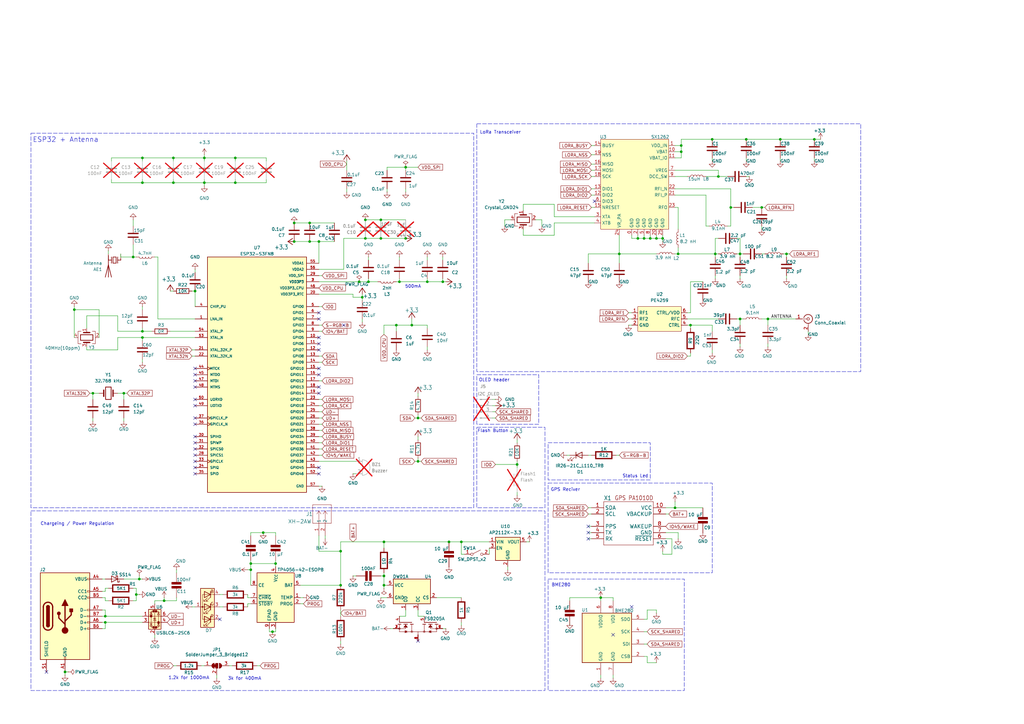
<source format=kicad_sch>
(kicad_sch (version 20250114) (generator "eeschema") (generator_version "9.0")
  (paper "A3")
  (title_block (title "SquirrelCore") (date "10/18/25 - 10/20/25") (rev "1") (company "SupperSimon") (comment 1 "Works with prexisting setup i had but now on a custom board with upgrades") (comment 2 "LoRa - Repeater Node"))
  (lib_symbols
    (symbol "Adafruit PA1010D Mini GPS-eagle-import:GPS_PA1010D"
      (property "Reference" "X" (at -10.16 -10.16 0))
      (symbol "GPS_PA1010D_1_0"
        (text "GPS PA1010D" (at 10.16 12.7 0) (effects (font (size 1.778 1.5113)) (justify right top)))
        (pin bidirectional line (at -15.24 7.62 0) (length 5.08) (name "SDA") (number "1"))
        (pin bidirectional line (at -15.24 5.08 0) (length 5.08) (name "SCL") (number "2"))
        (pin output line (at -15.24 0 0) (length 5.08) (name "PPS") (number "3"))
        (pin output line (at -15.24 -2.54 0) (length 5.08) (name "TX") (number "4"))
        (pin input line (at -15.24 -5.08 0) (length 5.08) (name "RX") (number "5"))
        (pin power_in line (at 15.24 7.62 180) (length 5.08) (name "VCC") (number "10"))
        (pin power_in line (at 15.24 5.08 180) (length 5.08) (name "VBACKUP") (number "9"))
        (pin input line (at 15.24 0 180) (length 5.08) (name "WAKEUP") (number "8"))
        (pin power_in line (at 15.24 -2.54 180) (length 5.08) (name "GND") (number "7"))
        (pin input line (at 15.24 -5.08 180) (length 5.08) (name "~{RESET}") (number "6"))
      )
    )
    (symbol "Battery_Management:DW01A"
      (property "Reference" "U" (at -6.604 6.35 0))
      (property "Value" "DW01A" (at 4.318 6.604 0))
      (symbol "DW01A_0_1"
        (pin power_in line (at -10.16 2.54 0) (length 2.54) (name "VCC") (number "5"))
        (pin power_in line (at -10.16 -2.54 0) (length 2.54) (name "GND") (number "6"))
        (pin output line (at -2.54 -7.62 90) (length 2.54) (name "OD") (number "1"))
        (pin output line (at 2.54 -7.62 90) (length 2.54) (name "OC") (number "3"))
        (pin input line (at 10.16 -2.54 180) (length 2.54) (name "CS") (number "2"))
      )
      (symbol "DW01A_1_1"
        (pin no_connect line (at 10.16 2.54 180) (length 2.54) (hide yes) (name "TD") (number "4"))
      )
    )
    (symbol "Battery_Management:TP4056-42-ESOP8"
      (property "Reference" "U" (at -6.604 11.684 0))
      (property "Value" "TP4056-42-ESOP8" (at 10.16 11.684 0))
      (symbol "TP4056-42-ESOP8_1_0"
        (pin input line (at -10.16 5.08 0) (length 2.54) (name "CE") (number "8"))
        (pin open_collector line (at -10.16 0 0) (length 2.54) (name "~{CHRG}") (number "7"))
        (pin open_collector line (at -10.16 -2.54 0) (length 2.54) (name "~{STDBY}") (number "6"))
        (pin passive line (at -2.54 -12.7 90) (length 2.54) (name "EPAD") (number "9"))
        (pin power_in line (at 0 12.7 270) (length 2.54) (name "V_{CC}") (number "4"))
        (pin power_in line (at 0 -12.7 90) (length 2.54) (name "GND") (number "3"))
        (pin power_out line (at 10.16 5.08 180) (length 2.54) (name "BAT") (number "5"))
        (pin input line (at 10.16 0 180) (length 2.54) (name "TEMP") (number "1"))
        (pin passive line (at 10.16 -2.54 180) (length 2.54) (name "PROG") (number "2"))
      )
    )
    (symbol "Connector:Conn_01x04_Pin" (pin_names (offset 1.016) (hide yes))
      (property "Reference" "J" (at 0 5.08 0))
      (property "Value" "Conn_01x04_Pin" (at 0 -7.62 0))
      (symbol "Conn_01x04_Pin_1_1"
        (pin passive line (at 5.08 2.54 180) (length 3.81) (name "Pin_1") (number "1"))
        (pin passive line (at 5.08 0 180) (length 3.81) (name "Pin_2") (number "2"))
        (pin passive line (at 5.08 -2.54 180) (length 3.81) (name "Pin_3") (number "3"))
        (pin passive line (at 5.08 -5.08 180) (length 3.81) (name "Pin_4") (number "4"))
      )
    )
    (symbol "Connector:Conn_Coaxial" (pin_names (offset 1.016) (hide yes))
      (property "Reference" "J" (at 0.254 3.048 0))
      (property "Value" "Conn_Coaxial" (at 2.921 0 90))
      (symbol "Conn_Coaxial_1_1"
        (pin passive line (at -5.08 0 0) (length 2.54) (name "In") (number "1"))
        (pin passive line (at 0 -5.08 90) (length 2.54) (name "Ext") (number "2"))
      )
    )
    (symbol "Connector:USB_C_Receptacle_USB2.0_14P" (pin_names (offset 1.016))
      (property "Reference" "J" (at 0 22.225 0))
      (property "Value" "USB_C_Receptacle_USB2.0_14P" (at 0 19.685 0))
      (symbol "USB_C_Receptacle_USB2.0_14P_1_1"
        (pin passive line (at -7.62 -22.86 90) (length 5.08) (name "SHIELD") (number "S1"))
        (pin passive line (at 0 -22.86 90) (length 5.08) (name "GND") (number "A1"))
        (pin passive line (at 0 -22.86 90) (length 5.08) (hide yes) (name "GND") (number "A12"))
        (pin passive line (at 0 -22.86 90) (length 5.08) (hide yes) (name "GND") (number "B1"))
        (pin passive line (at 0 -22.86 90) (length 5.08) (hide yes) (name "GND") (number "B12"))
        (pin passive line (at 15.24 15.24 180) (length 5.08) (name "VBUS") (number "A4"))
        (pin passive line (at 15.24 15.24 180) (length 5.08) (hide yes) (name "VBUS") (number "A9"))
        (pin passive line (at 15.24 15.24 180) (length 5.08) (hide yes) (name "VBUS") (number "B4"))
        (pin passive line (at 15.24 15.24 180) (length 5.08) (hide yes) (name "VBUS") (number "B9"))
        (pin bidirectional line (at 15.24 10.16 180) (length 5.08) (name "CC1") (number "A5"))
        (pin bidirectional line (at 15.24 7.62 180) (length 5.08) (name "CC2") (number "B5"))
        (pin bidirectional line (at 15.24 2.54 180) (length 5.08) (name "D-") (number "A7"))
        (pin bidirectional line (at 15.24 0 180) (length 5.08) (name "D-") (number "B7"))
        (pin bidirectional line (at 15.24 -2.54 180) (length 5.08) (name "D+") (number "A6"))
        (pin bidirectional line (at 15.24 -5.08 180) (length 5.08) (name "D+") (number "B6"))
      )
    )
    (symbol "Device:Antenna_Chip" (pin_numbers (hide yes)) (pin_names (offset 1.016) (hide yes))
      (property "Reference" "AE" (at 0 5.08 0))
      (property "Value" "Antenna_Chip" (at 0 3.175 0))
      (symbol "Antenna_Chip_1_1"
        (pin input line (at -2.54 -2.54 90) (length 2.54) (name "FEED") (number "1"))
        (pin passive line (at 2.54 -2.54 90) (length 2.54) (name "PCB_Trace") (number "2"))
      )
    )
    (symbol "Device:Buzzer" (pin_names (offset 0.0254) (hide yes))
      (property "Reference" "BZ" (at 3.81 1.27 0))
      (property "Value" "Buzzer" (at 3.81 -1.27 0))
      (symbol "Buzzer_1_1"
        (pin passive line (at -2.54 2.54 0) (length 2.54) (name "+") (number "1"))
        (pin passive line (at -2.54 -2.54 0) (length 2.54) (name "-") (number "2"))
      )
    )
    (symbol "Device:C" (pin_numbers (hide yes)) (pin_names (offset 0.254))
      (property "Reference" "C" (at 0.635 2.54 0))
      (property "Value" "C" (at 0.635 -2.54 0))
      (symbol "C_1_1"
        (pin passive line (at 0 3.81 270) (length 2.794) (name "~") (number "1"))
        (pin passive line (at 0 -3.81 90) (length 2.794) (name "~") (number "2"))
      )
    )
    (symbol "Device:Crystal" (pin_numbers (hide yes)) (pin_names (offset 1.016) (hide yes))
      (property "Reference" "Y" (at 0 3.81 0))
      (property "Value" "Crystal" (at 0 -3.81 0))
      (symbol "Crystal_1_1"
        (pin passive line (at -3.81 0 0) (length 1.27) (name "1") (number "1"))
        (pin passive line (at 3.81 0 180) (length 1.27) (name "2") (number "2"))
      )
    )
    (symbol "Device:Crystal_GND24" (pin_names (offset 1.016) (hide yes))
      (property "Reference" "Y" (at 3.175 5.08 0))
      (property "Value" "Crystal_GND24" (at 3.175 3.175 0))
      (symbol "Crystal_GND24_1_1"
        (pin passive line (at -3.81 0 0) (length 1.27) (name "1") (number "1"))
        (pin passive line (at 0 5.08 270) (length 1.27) (name "2") (number "2"))
        (pin passive line (at 0 -5.08 90) (length 1.27) (name "4") (number "4"))
        (pin passive line (at 3.81 0 180) (length 1.27) (name "3") (number "3"))
      )
    )
    (symbol "Device:L" (pin_numbers (hide yes)) (pin_names (offset 1.016) (hide yes))
      (property "Reference" "L" (at -1.27 0 90))
      (property "Value" "L" (at 1.905 0 90))
      (symbol "L_1_1"
        (pin passive line (at 0 3.81 270) (length 1.27) (name "1") (number "1"))
        (pin passive line (at 0 -3.81 90) (length 1.27) (name "2") (number "2"))
      )
    )
    (symbol "Device:R" (pin_numbers (hide yes)) (pin_names (offset 0))
      (property "Reference" "R" (at 2.032 0 90))
      (property "Value" "R" (at 0 0 90))
      (symbol "R_1_1"
        (pin passive line (at 0 3.81 270) (length 1.27) (name "~") (number "1"))
        (pin passive line (at 0 -3.81 90) (length 1.27) (name "~") (number "2"))
      )
    )
    (symbol "Diode:SS14" (pin_numbers (hide yes)) (pin_names (offset 1.016) (hide yes))
      (property "Reference" "D" (at 0 2.54 0))
      (property "Value" "SS14" (at 0 -2.54 0))
      (symbol "SS14_1_1"
        (pin passive line (at -3.81 0 0) (length 2.54) (name "K") (number "1"))
        (pin passive line (at 3.81 0 180) (length 2.54) (name "A") (number "2"))
      )
    )
    (symbol "ESP32-S3FN8:ESP32-S3FN8" (pin_names (offset 1.016))
      (property "Reference" "U" (at -20.32 49.53 0))
      (property "Value" "ESP32-S3FN8" (at -20.32 -49.53 0))
      (symbol "ESP32-S3FN8_0_0"
        (pin input line (at -25.4 27.94 0) (length 5.08) (name "CHIP_PU") (number "4"))
        (pin bidirectional line (at -25.4 22.86 0) (length 5.08) (name "LNA_IN") (number "1"))
        (pin input line (at -25.4 17.78 0) (length 5.08) (name "XTAL_P") (number "54"))
        (pin output line (at -25.4 15.24 0) (length 5.08) (name "XTAL_N") (number "53"))
        (pin bidirectional line (at -25.4 10.16 0) (length 5.08) (name "XTAL_32K_P") (number "21"))
        (pin bidirectional line (at -25.4 7.62 0) (length 5.08) (name "XTAL_32K_N") (number "22"))
        (pin bidirectional clock (at -25.4 2.54 0) (length 5.08) (name "MTCK") (number "44"))
        (pin bidirectional line (at -25.4 0 0) (length 5.08) (name "MTDO") (number "45"))
        (pin bidirectional line (at -25.4 -2.54 0) (length 5.08) (name "MTDI") (number "47"))
        (pin bidirectional line (at -25.4 -5.08 0) (length 5.08) (name "MTMS") (number "48"))
        (pin bidirectional line (at -25.4 -10.16 0) (length 5.08) (name "U0RXD") (number "50"))
        (pin bidirectional line (at -25.4 -12.7 0) (length 5.08) (name "U0TXD") (number "49"))
        (pin bidirectional clock (at -25.4 -17.78 0) (length 5.08) (name "SPICLK_P") (number "37"))
        (pin bidirectional clock (at -25.4 -20.32 0) (length 5.08) (name "SPICLK_N") (number "36"))
        (pin bidirectional line (at -25.4 -25.4 0) (length 5.08) (name "SPIHD") (number "30"))
        (pin bidirectional line (at -25.4 -27.94 0) (length 5.08) (name "SPIWP") (number "31"))
        (pin bidirectional line (at -25.4 -30.48 0) (length 5.08) (name "SPICS0") (number "32"))
        (pin bidirectional line (at -25.4 -33.02 0) (length 5.08) (name "SPICS1") (number "28"))
        (pin bidirectional clock (at -25.4 -35.56 0) (length 5.08) (name "SPICLK") (number "33"))
        (pin bidirectional line (at -25.4 -38.1 0) (length 5.08) (name "SPIQ") (number "34"))
        (pin bidirectional line (at -25.4 -40.64 0) (length 5.08) (name "SPID") (number "35"))
        (pin power_in line (at 25.4 45.72 180) (length 5.08) (name "VDDA1") (number "55"))
        (pin power_in line (at 25.4 43.18 180) (length 5.08) (name "VDDA2") (number "56"))
        (pin power_in line (at 25.4 40.64 180) (length 5.08) (name "VDD_SPI") (number "29"))
        (pin power_in line (at 25.4 38.1 180) (length 5.08) (name "VDD3P3") (number "2"))
        (pin power_in line (at 25.4 38.1 180) (length 5.08) (name "VDD3P3") (number "3"))
        (pin power_in line (at 25.4 35.56 180) (length 5.08) (name "VDD3P3_CPU") (number "46"))
        (pin power_in line (at 25.4 33.02 180) (length 5.08) (name "VDD3P3_RTC") (number "20"))
        (pin bidirectional line (at 25.4 27.94 180) (length 5.08) (name "GPIO0") (number "5"))
        (pin bidirectional line (at 25.4 25.4 180) (length 5.08) (name "GPIO1") (number "6"))
        (pin bidirectional line (at 25.4 22.86 180) (length 5.08) (name "GPIO2") (number "7"))
        (pin bidirectional line (at 25.4 20.32 180) (length 5.08) (name "GPIO3") (number "8"))
        (pin bidirectional line (at 25.4 17.78 180) (length 5.08) (name "GPIO4") (number "9"))
        (pin bidirectional line (at 25.4 15.24 180) (length 5.08) (name "GPIO5") (number "10"))
        (pin bidirectional line (at 25.4 12.7 180) (length 5.08) (name "GPIO6") (number "11"))
        (pin bidirectional line (at 25.4 10.16 180) (length 5.08) (name "GPIO7") (number "12"))
        (pin bidirectional line (at 25.4 7.62 180) (length 5.08) (name "GPIO8") (number "13"))
        (pin bidirectional line (at 25.4 5.08 180) (length 5.08) (name "GPIO9") (number "14"))
        (pin bidirectional line (at 25.4 2.54 180) (length 5.08) (name "GPIO10") (number "15"))
        (pin bidirectional line (at 25.4 0 180) (length 5.08) (name "GPIO11") (number "16"))
        (pin bidirectional line (at 25.4 -2.54 180) (length 5.08) (name "GPIO12") (number "17"))
        (pin bidirectional line (at 25.4 -5.08 180) (length 5.08) (name "GPIO13") (number "18"))
        (pin bidirectional line (at 25.4 -7.62 180) (length 5.08) (name "GPIO14") (number "19"))
        (pin bidirectional line (at 25.4 -10.16 180) (length 5.08) (name "GPIO17") (number "23"))
        (pin bidirectional line (at 25.4 -12.7 180) (length 5.08) (name "GPIO18") (number "24"))
        (pin bidirectional line (at 25.4 -15.24 180) (length 5.08) (name "GPIO19") (number "25"))
        (pin bidirectional line (at 25.4 -17.78 180) (length 5.08) (name "GPIO20") (number "26"))
        (pin bidirectional line (at 25.4 -20.32 180) (length 5.08) (name "GPIO21") (number "27"))
        (pin bidirectional line (at 25.4 -22.86 180) (length 5.08) (name "GPIO33") (number "38"))
        (pin bidirectional line (at 25.4 -25.4 180) (length 5.08) (name "GPIO34") (number "39"))
        (pin bidirectional line (at 25.4 -27.94 180) (length 5.08) (name "GPIO35") (number "40"))
        (pin bidirectional line (at 25.4 -30.48 180) (length 5.08) (name "GPIO36") (number "41"))
        (pin bidirectional line (at 25.4 -33.02 180) (length 5.08) (name "GPIO37") (number "42"))
        (pin bidirectional line (at 25.4 -35.56 180) (length 5.08) (name "GPIO38") (number "43"))
        (pin bidirectional line (at 25.4 -38.1 180) (length 5.08) (name "GPIO45") (number "51"))
        (pin bidirectional line (at 25.4 -40.64 180) (length 5.08) (name "GPIO46") (number "52"))
        (pin power_in line (at 25.4 -45.72 180) (length 5.08) (name "GND") (number "57"))
      )
    )
    (symbol "FSB205A:FS8205A" (pin_names (offset 1.016))
      (property "Reference" "Q" (at -11.43 7.62 0))
      (property "Value" "FS8205A" (at -11.43 -12.7 0))
      (symbol "FS8205A_0_0"
        (pin passive line (at -5.08 2.54 0) (length 2.54) (name "~") (number "5"))
        (pin passive line (at -5.08 -7.62 0) (length 2.54) (name "~") (number "4"))
        (pin passive line (at 0 10.16 270) (length 2.54) (name "~") (number "6"))
        (pin passive line (at 0 10.16 270) (length 2.54) (name "~") (number "7"))
        (pin passive line (at 0 -10.16 90) (length 2.54) (name "~") (number "2"))
        (pin passive line (at 0 -10.16 90) (length 2.54) (name "~") (number "3"))
        (pin passive line (at 5.08 0 180) (length 2.54) (name "~") (number "1"))
        (pin passive line (at 5.08 0 180) (length 2.54) (name "~") (number "8"))
      )
    )
    (symbol "GND_1" (power) (pin_numbers (hide yes)) (pin_names (offset 0) (hide yes))
      (property "Value" "GND" (at 0 -3.81 0))
      (symbol "GND_1_1_1"
        (pin power_in line (at 0 0 270) (length 0) (name "~") (number "1"))
      )
    )
    (symbol "Jumper:SolderJumper_3_Bridged12" (pin_names (offset 0) (hide yes)) (in_bom no)
      (property "Reference" "JP" (at -2.54 -2.54 0))
      (property "Value" "SolderJumper_3_Bridged12" (at 0 2.794 0))
      (symbol "SolderJumper_3_Bridged12_1_1"
        (pin passive line (at -5.08 0 0) (length 2.54) (name "A") (number "1"))
        (pin passive line (at 0 -3.81 90) (length 2.54) (name "C") (number "2"))
        (pin passive line (at 5.08 0 180) (length 2.54) (name "B") (number "3"))
      )
    )
    (symbol "LED:IR26-21C_L110_TR8" (pin_numbers (hide yes)) (pin_names (offset 1.016) (hide yes))
      (property "Reference" "D" (at 0 2.54 0))
      (property "Value" "IR26-21C_L110_TR8" (at 0 -3.81 0))
      (symbol "IR26-21C_L110_TR8_1_1"
        (pin passive line (at -3.81 0 0) (length 2.54) (name "K") (number "1"))
        (pin passive line (at 3.81 0 180) (length 2.54) (name "A") (number "2"))
      )
    )
    (symbol "LED_ABGR_2" (pin_names (offset 0) (hide yes))
      (property "Reference" "D1" (at 3.81 3.81 90))
      (property "Value" "LED_CBGR" (at 3.81 -4.826 90))
      (symbol "LED_ABGR_2_0_0"
        (text "R" (at -1.905 3.81 0) (effects (font (size 1.27 1.27))))
        (text "G" (at -1.905 -1.27 0) (effects (font (size 1.27 1.27))))
        (text "B" (at -1.905 -6.35 0) (effects (font (size 1.27 1.27))))
      )
      (symbol "LED_ABGR_2_1_1"
        (pin passive line (at -5.08 5.08 0) (length 2.54) (name "RA") (number "2"))
        (pin passive line (at -5.08 0 0) (length 2.54) (name "GA") (number "3"))
        (pin passive line (at -5.08 -5.08 0) (length 2.54) (name "BA") (number "4"))
        (pin passive line (at 5.08 0 180) (length 2.54) (name "K") (number "1"))
      )
    )
    (symbol "MaTouch 1.9“ TFT Breakout v1.1-eagle-import:+3V3" (power)
      (property "Value" "+3V3" (at -2.54 -5.08 90))
      (symbol "+3V3_1_0"
        (pin power_in line (at 0 -2.54 90) (length 2.54) (name "+3V3") (number "1"))
      )
    )
    (symbol "PCM_Elektuur:C" (pin_numbers (hide yes)) (pin_names (offset 0) (hide yes))
      (property "Reference" "C" (at 0.635 3.175 0))
      (property "Value" "C" (at 0.635 -3.175 0))
      (symbol "C_1_1"
        (pin passive line (at 0 5.08 270) (length 3.8862) (name "+") (number "1"))
        (pin passive line (at 0 -5.08 90) (length 3.8862) (name "-") (number "2"))
      )
      (symbol "C_1_2"
        (pin passive line (at 0 5.08 270) (length 3.5814) (name "+") (number "1"))
        (pin passive line (at 0 -5.08 90) (length 3.5814) (name "-") (number "2"))
      )
    )
    (symbol "PCM_Elektuur:R" (pin_numbers (hide yes)) (pin_names (offset 0) (hide yes))
      (property "Reference" "R" (at 2.54 3.175 0))
      (property "Value" "R" (at 0 0 90))
      (symbol "R_1_1"
        (pin passive line (at 0 5.08 270) (length 1.651) (name "+") (number "1"))
        (pin passive line (at 0 -5.08 90) (length 1.651) (name "-") (number "2"))
      )
      (symbol "R_1_2"
        (pin passive line (at 0 5.08 270) (length 1.651) (name "+") (number "1"))
        (pin passive line (at 0 -5.08 90) (length 1.651) (name "-") (number "2"))
      )
      (symbol "R_1_3"
        (pin passive line (at 0 5.08 270) (length 1.6002) (name "+") (number "1"))
        (pin passive line (at 0 -5.08 90) (length 1.6002) (name "-") (number "2"))
      )
      (symbol "R_1_4"
        (pin passive line (at 0 5.08 270) (length 0.5334) (name "+") (number "1"))
        (pin passive line (at 0 -5.08 90) (length 0.5334) (name "-") (number "2"))
      )
    )
    (symbol "Power_Protection:USBLC6-2SC6" (pin_names (hide yes))
      (property "Reference" "U" (at 0.635 5.715 0))
      (property "Value" "USBLC6-2SC6" (at 0.635 3.81 0))
      (symbol "USBLC6-2SC6_1_1"
        (pin passive line (at -5.08 0 0) (length 2.54) (name "I/O1") (number "1"))
        (pin passive line (at -5.08 -2.54 0) (length 2.54) (name "I/O2") (number "3"))
        (pin passive line (at 0 5.08 270) (length 2.54) (name "VBUS") (number "5"))
        (pin passive line (at 0 -7.62 90) (length 2.54) (name "GND") (number "2"))
        (pin passive line (at 5.08 0 180) (length 2.54) (name "I/O1") (number "6"))
        (pin passive line (at 5.08 -2.54 180) (length 2.54) (name "I/O2") (number "4"))
      )
    )
    (symbol "RF_Components:PE4259"
      (property "Reference" "U" (at 0 5.08 0))
      (property "Value" "PE4259" (at 0 2.54 0))
      (symbol "PE4259_1_1"
        (pin input line (at -11.43 -2.54 0) (length 2.54) (name "RF1") (number "1"))
        (pin input line (at -11.43 -5.08 0) (length 2.54) (name "RF2") (number "3"))
        (pin bidirectional line (at -11.43 -7.62 0) (length 2.54) (name "GND") (number "2"))
        (pin input line (at 11.43 -2.54 180) (length 2.54) (name "CTRL/VDD") (number "6"))
        (pin input line (at 11.43 -5.08 180) (length 2.54) (name "RFC") (number "5"))
        (pin input line (at 11.43 -7.62 180) (length 2.54) (name "CTRL") (number "4"))
      )
    )
    (symbol "RF_Components:SX1262"
      (property "Reference" "U" (at 0 5.08 0))
      (property "Value" "SX1262" (at 0 2.54 0))
      (symbol "SX1262_1_1"
        (pin output line (at -16.51 -2.54 0) (length 2.54) (name "BUSY") (number "14"))
        (pin input line (at -16.51 -6.35 0) (length 2.54) (name "NSS") (number "19"))
        (pin output line (at -16.51 -10.16 0) (length 2.54) (name "MISO") (number "16"))
        (pin input line (at -16.51 -12.7 0) (length 2.54) (name "MOSI") (number "17"))
        (pin input line (at -16.51 -15.24 0) (length 2.54) (name "SCK") (number "18"))
        (pin bidirectional line (at -16.51 -20.32 0) (length 2.54) (name "DIO1") (number "13"))
        (pin bidirectional line (at -16.51 -22.86 0) (length 2.54) (name "DIO2") (number "12"))
        (pin bidirectional line (at -16.51 -25.4 0) (length 2.54) (name "DIO3") (number "6"))
        (pin input line (at -16.51 -27.94 0) (length 2.54) (name "NRESET") (number "15"))
        (pin passive line (at -16.51 -31.75 0) (length 2.54) (name "XTA") (number "3"))
        (pin passive line (at -16.51 -34.29 0) (length 2.54) (name "XTB") (number "4"))
        (pin passive line (at -6.35 -39.37 90) (length 2.54) (name "VR_PA") (number "24"))
        (pin passive line (at -1.27 -39.37 90) (length 2.54) (name "GND") (number "0"))
        (pin passive line (at 1.27 -39.37 90) (length 2.54) (name "GND") (number "2"))
        (pin passive line (at 3.81 -39.37 90) (length 2.54) (name "GND") (number "5"))
        (pin passive line (at 6.35 -39.37 90) (length 2.54) (name "GND") (number "8"))
        (pin passive line (at 8.89 -39.37 90) (length 2.54) (name "GND") (number "20"))
        (pin passive line (at 11.43 -39.37 90) (length 2.54) (name "GND") (number "25"))
        (pin passive line (at 16.51 -2.54 180) (length 2.54) (name "VDD_IN") (number "1"))
        (pin input line (at 16.51 -5.08 180) (length 2.54) (name "VBAT") (number "10"))
        (pin input line (at 16.51 -7.62 180) (length 2.54) (name "VBAT_IO") (number "11"))
        (pin passive line (at 16.51 -12.7 180) (length 2.54) (name "VREG") (number "7"))
        (pin output line (at 16.51 -15.24 180) (length 2.54) (name "DCC_SW") (number "9"))
        (pin input line (at 16.51 -20.32 180) (length 2.54) (name "RFI_N") (number "22"))
        (pin input line (at 16.51 -22.86 180) (length 2.54) (name "RFI_P") (number "21"))
        (pin output line (at 16.51 -27.94 180) (length 2.54) (name "RFO") (number "23"))
      )
    )
    (symbol "Regulator_Linear:AP2112K-3.3" (pin_names (offset 0.254))
      (property "Reference" "U" (at -5.08 5.715 0))
      (property "Value" "AP2112K-3.3" (at 0 5.715 0))
      (symbol "AP2112K-3.3_1_1"
        (pin power_in line (at -7.62 2.54 0) (length 2.54) (name "VIN") (number "1"))
        (pin input line (at -7.62 0 0) (length 2.54) (name "EN") (number "3"))
        (pin power_in line (at 0 -7.62 90) (length 2.54) (name "GND") (number "2"))
        (pin no_connect line (at 5.08 0 180) (length 2.54) (hide yes) (name "NC") (number "4"))
        (pin power_out line (at 7.62 2.54 180) (length 2.54) (name "VOUT") (number "5"))
      )
    )
    (symbol "Sensor:BME280"
      (property "Reference" "U" (at -8.89 11.43 0))
      (property "Value" "BME280" (at 7.62 11.43 0))
      (symbol "BME280_1_1"
        (pin power_in line (at -2.54 15.24 270) (length 5.08) (name "VDDIO") (number "6"))
        (pin power_in line (at -2.54 -15.24 90) (length 5.08) (name "GND") (number "1"))
        (pin power_in line (at 2.54 15.24 270) (length 5.08) (name "VDD") (number "8"))
        (pin power_in line (at 2.54 -15.24 90) (length 5.08) (name "GND") (number "7"))
        (pin bidirectional line (at 15.24 7.62 180) (length 5.08) (name "SDO") (number "5"))
        (pin input line (at 15.24 2.54 180) (length 5.08) (name "SCK") (number "4"))
        (pin bidirectional line (at 15.24 -2.54 180) (length 5.08) (name "SDI") (number "3"))
        (pin input line (at 15.24 -7.62 180) (length 5.08) (name "CSB") (number "2"))
      )
    )
    (symbol "Switch:SW_DPST_x2" (pin_names (offset 0) (hide yes))
      (property "Reference" "SW" (at 0 3.175 0))
      (property "Value" "SW_DPST_x2" (at 0 -2.54 0))
      (symbol "SW_DPST_x2_1_1"
        (pin passive line (at -5.08 0 0) (length 2.54) (name "A") (number "1"))
        (pin passive line (at 5.08 0 180) (length 2.54) (name "B") (number "2"))
      )
      (symbol "SW_DPST_x2_2_1"
        (pin passive line (at -5.08 0 0) (length 2.54) (name "A") (number "3"))
        (pin passive line (at 5.08 0 180) (length 2.54) (name "B") (number "4"))
      )
    )
    (symbol "Switch:SW_Push" (pin_numbers (hide yes)) (pin_names (offset 1.016) (hide yes))
      (property "Reference" "SW" (at 1.27 2.54 0))
      (property "Value" "SW_Push" (at 0 -1.524 0))
      (symbol "SW_Push_0_1"
        (pin passive line (at -5.08 0 0) (length 2.54) (name "1") (number "1"))
        (pin passive line (at 5.08 0 180) (length 2.54) (name "2") (number "2"))
      )
    )
    (symbol "XH-2AW:XH-2AW" (pin_names (offset 0.254))
      (property "Reference" "J1" (at 8.89 5.334 90))
      (property "Value" "XH-2AW" (at 5.842 12.7 90))
      (symbol "XH-2AW_1_1"
        (pin unspecified line (at 0 0 0) (length 5.08) (name "1") (number "1"))
        (pin unspecified line (at 0 -2.54 0) (length 5.08) (name "2") (number "2"))
      )
      (symbol "XH-2AW_1_2"
        (pin unspecified line (at 0 0 0) (length 5.08) (name "1") (number "1"))
        (pin unspecified line (at 0 -2.54 0) (length 5.08) (name "2") (number "2"))
      )
    )
    (symbol "power:+3V3" (power) (pin_numbers (hide yes)) (pin_names (offset 0) (hide yes))
      (property "Value" "+3V3" (at 0 3.556 0))
      (symbol "+3V3_1_1"
        (pin power_in line (at 0 0 90) (length 0) (name "~") (number "1"))
      )
    )
    (symbol "power:GND" (power) (pin_numbers (hide yes)) (pin_names (offset 0) (hide yes))
      (property "Value" "GND" (at 0 -3.81 0))
      (symbol "GND_1_1"
        (pin power_in line (at 0 0 270) (length 0) (name "~") (number "1"))
      )
    )
    (symbol "power:PWR_FLAG" (power) (pin_numbers (hide yes)) (pin_names (offset 0) (hide yes))
      (property "Value" "PWR_FLAG" (at 0 3.81 0))
      (symbol "PWR_FLAG_0_0"
        (pin power_out line (at 0 0 90) (length 0) (name "~") (number "1"))
      )
    )
    (symbol "power:VBUS" (power) (pin_numbers (hide yes)) (pin_names (offset 0) (hide yes))
      (property "Value" "VBUS" (at 0 3.556 0))
      (symbol "VBUS_1_1"
        (pin power_in line (at 0 0 90) (length 0) (name "~") (number "1"))
      )
    )
  )
  (rectangle (start 195.58 50.8) (end 353.06 152.4) (stroke (width 0) (type dash)))
  (rectangle (start 266.7 196.85) (end 224.79 181.61) (stroke (width 0) (type dash)))
  (rectangle (start 12.7 209.55) (end 223.52 283.21) (stroke (width 0) (type dash)))
  (rectangle (start 195.58 175.26) (end 223.52 208.28) (stroke (width 0) (type dash)))
  (rectangle (start 224.79 237.49) (end 280.67 283.21) (stroke (width 0) (type dash)))
  (rectangle (start 224.79 198.12) (end 292.1 234.95) (stroke (width 0) (type dash)))
  (rectangle (start 12.7 54.61) (end 194.31 208.28) (stroke (width 0) (type dash)))
  (rectangle (start 195.58 153.67) (end 220.98 173.99) (stroke (width 0) (type dash)))
  (text "Flash Button" (at 202.184 176.784 0) (effects (font (size 1.3 1.3))))
  (text "Status Led" (at 260.604 195.326 0) (effects (font (size 1.3 1.3))))
  (text "1.2k for 1000mA" (at 77.47 278.13 0) (effects (font (size 1.3 1.3))))
  (text "3k for 400mA" (at 100.33 278.384 0) (effects (font (size 1.3 1.3))))
  (text "ESP32 + Antenna" (at 26.924 57.404 0) (effects (font (size 2 2))))
  (text "LoRa Transceiver" (at 205.232 54.356 0) (effects (font (size 1.3 1.3))))
  (text "OLED header\n" (at 202.692 155.956 0) (effects (font (size 1.3 1.3))))
  (text "GPS Reciver" (at 231.902 200.914 0) (effects (font (size 1.3 1.3))))
  (text "Chargeing / Power Regulation" (at 31.75 214.884 0) (effects (font (size 1.3 1.3))))
  (text "BME280\n" (at 230.124 240.03 0) (effects (font (size 1.3 1.3))))
  (text "500mA" (at 169.418 117.602 0) (effects (font (size 1.27 1.27))))
  (junction (at 279.4 59.69))
  (junction (at 148.59 121.92))
  (junction (at 283.21 133.35))
  (junction (at 175.26 115.57))
  (junction (at 83.82 74.93))
  (junction (at 320.04 57.15))
  (junction (at 184.15 222.25))
  (junction (at 254 104.14))
  (junction (at 43.18 255.27))
  (junction (at 157.48 240.03))
  (junction (at 168.91 133.35))
  (junction (at 83.82 64.77))
  (junction (at 102.87 233.68))
  (junction (at 120.65 99.06))
  (junction (at 96.52 74.93))
  (junction (at 246.38 245.11))
  (junction (at 162.56 133.35))
  (junction (at 294.64 72.39))
  (junction (at 58.42 64.77))
  (junction (at 58.42 138.43))
  (junction (at 276.86 208.28))
  (junction (at 149.86 97.79))
  (junction (at 58.42 74.93))
  (junction (at 50.8 161.29))
  (junction (at 107.95 218.44))
  (junction (at 111.76 259.08))
  (junction (at 163.83 115.57))
  (junction (at 306.07 57.15))
  (junction (at 139.7 240.03))
  (junction (at 113.03 231.14))
  (junction (at 299.72 85.09))
  (junction (at 127 91.44))
  (junction (at 278.13 104.14))
  (junction (at 303.53 104.14))
  (junction (at 157.48 236.22))
  (junction (at 67.31 246.38))
  (junction (at 322.58 104.14))
  (junction (at 149.86 90.17))
  (junction (at 71.12 64.77))
  (junction (at 157.48 222.25))
  (junction (at 139.7 226.06))
  (junction (at 334.01 57.15))
  (junction (at 166.37 97.79))
  (junction (at 312.42 85.09))
  (junction (at 279.4 62.23))
  (junction (at 293.37 104.14))
  (junction (at 57.15 237.49))
  (junction (at 55.88 243.84))
  (junction (at 181.61 115.57))
  (junction (at 38.1 161.29))
  (junction (at 147.32 115.57))
  (junction (at 271.78 97.79))
  (junction (at 130.81 99.06))
  (junction (at 156.21 97.79))
  (junction (at 96.52 64.77))
  (junction (at 171.45 189.23))
  (junction (at 266.7 97.79))
  (junction (at 189.23 222.25))
  (junction (at 151.13 115.57))
  (junction (at 54.61 105.41))
  (junction (at 26.67 275.59))
  (junction (at 314.96 130.81))
  (junction (at 43.18 252.73))
  (junction (at 120.65 91.44))
  (junction (at 303.53 130.81))
  (junction (at 261.62 97.79))
  (junction (at 127 99.06))
  (junction (at 80.01 119.38))
  (junction (at 166.37 68.58))
  (junction (at 171.45 171.45))
  (junction (at 71.12 74.93))
  (junction (at 156.21 90.17))
  (junction (at 269.24 97.79))
  (junction (at 58.42 135.89))
  (junction (at 264.16 97.79))
  (junction (at 292.1 57.15))
  (junction (at 212.09 190.5))
  (junction (at 102.87 231.14))
  (junction (at 30.48 127))
  (no_connect (at 80.01 189.23))
  (no_connect (at 171.45 262.89))
  (no_connect (at 241.3 218.44))
  (no_connect (at 241.3 215.9))
  (no_connect (at 241.3 220.98))
  (no_connect (at 80.01 158.75))
  (no_connect (at 19.05 275.59))
  (no_connect (at 130.81 151.13))
  (no_connect (at 130.81 153.67))
  (no_connect (at 259.08 248.92))
  (no_connect (at 130.81 158.75))
  (no_connect (at 130.81 143.51))
  (no_connect (at 80.01 191.77))
  (no_connect (at 130.81 194.31))
  (no_connect (at 80.01 166.37))
  (no_connect (at 80.01 156.21))
  (no_connect (at 80.01 171.45))
  (no_connect (at 80.01 186.69))
  (no_connect (at 80.01 184.15))
  (no_connect (at 80.01 151.13))
  (no_connect (at 80.01 163.83))
  (no_connect (at 80.01 194.31))
  (no_connect (at 140.97 133.35))
  (no_connect (at 90.17 254))
  (no_connect (at 80.01 179.07))
  (no_connect (at 130.81 128.27))
  (no_connect (at 80.01 173.99))
  (no_connect (at 130.81 138.43))
  (no_connect (at 80.01 153.67))
  (no_connect (at 130.81 140.97))
  (no_connect (at 130.81 191.77))
  (no_connect (at 243.84 82.55))
  (no_connect (at 80.01 181.61))
  (no_connect (at 251.46 260.35))
  (no_connect (at 130.81 130.81))
  (no_connect (at 130.81 161.29))
  (wire (pts (xy 279.4 62.23) (xy 279.4 59.69)))
  (wire (pts (xy 171.45 170.18) (xy 171.45 171.45)))
  (wire (pts (xy 50.8 161.29) (xy 52.07 161.29)))
  (wire (pts (xy 283.21 133.35) (xy 281.94 133.35)))
  (wire (pts (xy 43.18 255.27) (xy 43.18 257.81)))
  (wire (pts (xy 166.37 250.19) (xy 166.37 252.73)))
  (wire (pts (xy 40.64 127) (xy 39.37 127)))
  (wire (pts (xy 41.91 255.27) (xy 43.18 255.27)))
  (wire (pts (xy 55.88 243.84) (xy 55.88 246.38)))
  (wire (pts (xy 43.18 252.73) (xy 41.91 252.73)))
  (wire (pts (xy 269.24 104.14) (xy 254 104.14)))
  (wire (pts (xy 54.61 105.41) (xy 54.61 100.33)))
  (wire (pts (xy 166.37 78.74) (xy 166.37 77.47)) (stroke (width 0.1524)))
  (wire (pts (xy 63.5 261.62) (xy 63.5 260.35)))
  (wire (pts (xy 157.48 234.95) (xy 157.48 236.22)))
  (wire (pts (xy 314.96 130.81) (xy 314.96 133.35)))
  (wire (pts (xy 43.18 255.27) (xy 58.42 255.27)))
  (wire (pts (xy 219.71 90.17) (xy 222.25 90.17)))
  (wire (pts (xy 102.87 218.44) (xy 107.95 218.44)))
  (wire (pts (xy 257.81 130.81) (xy 259.08 130.81)))
  (wire (pts (xy 43.18 246.38) (xy 44.45 246.38)))
  (wire (pts (xy 314.96 142.24) (xy 314.96 140.97)))
  (wire (pts (xy 163.83 114.3) (xy 163.83 115.57)) (stroke (width 0.1524)))
  (wire (pts (xy 278.13 104.14) (xy 293.37 104.14)))
  (wire (pts (xy 227.33 91.44) (xy 243.84 91.44)))
  (wire (pts (xy 276.86 62.23) (xy 279.4 62.23)))
  (wire (pts (xy 278.13 85.09) (xy 276.86 85.09)))
  (wire (pts (xy 45.72 74.93) (xy 45.72 73.66)))
  (wire (pts (xy 44.45 241.3) (xy 43.18 241.3)))
  (wire (pts (xy 35.56 142.24) (xy 35.56 143.51)) (stroke (width 0.1524)))
  (wire (pts (xy 254 107.95) (xy 254 104.14)))
  (wire (pts (xy 132.08 146.05) (xy 130.81 146.05)))
  (wire (pts (xy 130.81 99.06) (xy 127 99.06)))
  (wire (pts (xy 144.78 120.65) (xy 144.78 121.92)))
  (wire (pts (xy 306.07 64.77) (xy 306.07 66.04)))
  (wire (pts (xy 203.2 163.83) (xy 201.93 163.83)))
  (wire (pts (xy 208.28 233.68) (xy 208.28 232.41)))
  (wire (pts (xy 181.61 114.3) (xy 181.61 115.57)) (stroke (width 0.1524)))
  (wire (pts (xy 189.23 222.25) (xy 200.66 222.25)))
  (wire (pts (xy 40.64 138.43) (xy 40.64 127)))
  (wire (pts (xy 276.86 104.14) (xy 278.13 104.14)))
  (wire (pts (xy 157.48 222.25) (xy 184.15 222.25)))
  (wire (pts (xy 246.38 245.11) (xy 251.46 245.11)))
  (wire (pts (xy 313.69 85.09) (xy 312.42 85.09)))
  (wire (pts (xy 283.21 115.57) (xy 288.29 115.57)))
  (wire (pts (xy 111.76 259.08) (xy 110.49 259.08)))
  (wire (pts (xy 303.53 130.81) (xy 304.8 130.81)))
  (wire (pts (xy 101.6 247.65) (xy 102.87 247.65)))
  (wire (pts (xy 303.53 97.79) (xy 302.26 97.79)))
  (wire (pts (xy 292.1 57.15) (xy 306.07 57.15)))
  (wire (pts (xy 107.95 218.44) (xy 113.03 218.44)))
  (wire (pts (xy 30.48 125.73) (xy 30.48 127)) (stroke (width 0.1524)))
  (wire (pts (xy 132.08 125.73) (xy 130.81 125.73)))
  (wire (pts (xy 156.21 236.22) (xy 157.48 236.22)))
  (wire (pts (xy 50.8 161.29) (xy 50.8 163.83)))
  (wire (pts (xy 144.78 236.22) (xy 146.05 236.22)))
  (wire (pts (xy 257.81 128.27) (xy 259.08 128.27)))
  (wire (pts (xy 133.35 220.98) (xy 133.35 219.71)))
  (wire (pts (xy 246.38 276.86) (xy 246.38 278.13)))
  (wire (pts (xy 214.63 86.36) (xy 214.63 83.82)))
  (wire (pts (xy 113.03 229.87) (xy 113.03 231.14)))
  (wire (pts (xy 271.78 227.33) (xy 271.78 226.06)))
  (wire (pts (xy 281.94 128.27) (xy 283.21 128.27)))
  (wire (pts (xy 292.1 135.89) (xy 292.1 133.35)))
  (wire (pts (xy 266.7 97.79) (xy 269.24 97.79)))
  (wire (pts (xy 171.45 179.07) (xy 171.45 180.34)))
  (wire (pts (xy 175.26 133.35) (xy 175.26 134.62)) (stroke (width 0.1524)))
  (wire (pts (xy 212.09 189.23) (xy 212.09 190.5)))
  (wire (pts (xy 78.74 248.92) (xy 80.01 248.92)))
  (wire (pts (xy 254 96.52) (xy 254 104.14)))
  (wire (pts (xy 163.83 115.57) (xy 162.56 115.57)) (stroke (width 0.1524)))
  (wire (pts (xy 242.57 80.01) (xy 243.84 80.01)))
  (wire (pts (xy 276.86 80.01) (xy 289.56 80.01)))
  (wire (pts (xy 58.42 134.62) (xy 58.42 135.89)) (stroke (width 0.1524)))
  (wire (pts (xy 57.15 237.49) (xy 58.42 237.49)))
  (wire (pts (xy 157.48 236.22) (xy 157.48 240.03)))
  (wire (pts (xy 80.01 119.38) (xy 80.01 125.73)))
  (wire (pts (xy 166.37 68.58) (xy 166.37 69.85)) (stroke (width 0.1524)))
  (wire (pts (xy 101.6 247.65) (xy 101.6 248.92)))
  (wire (pts (xy 312.42 85.09) (xy 308.61 85.09)))
  (wire (pts (xy 320.04 64.77) (xy 320.04 66.04)))
  (wire (pts (xy 275.59 227.33) (xy 275.59 220.98)))
  (wire (pts (xy 151.13 115.57) (xy 151.13 114.3)) (stroke (width 0.1524)))
  (wire (pts (xy 158.75 68.58) (xy 158.75 69.85)) (stroke (width 0.1524)))
  (wire (pts (xy 313.69 104.14) (xy 312.42 104.14)))
  (wire (pts (xy 35.56 129.54) (xy 48.26 129.54)) (stroke (width 0.1524)))
  (wire (pts (xy 241.3 104.14) (xy 254 104.14)))
  (wire (pts (xy 58.42 148.59) (xy 58.42 147.32)) (stroke (width 0.1524)))
  (wire (pts (xy 259.08 97.79) (xy 261.62 97.79)))
  (wire (pts (xy 102.87 231.14) (xy 113.03 231.14)))
  (wire (pts (xy 149.86 90.17) (xy 156.21 90.17)))
  (wire (pts (xy 246.38 245.11) (xy 233.68 245.11)))
  (wire (pts (xy 130.81 120.65) (xy 144.78 120.65)))
  (wire (pts (xy 207.01 92.71) (xy 207.01 90.17)))
  (wire (pts (xy 306.07 57.15) (xy 320.04 57.15)))
  (wire (pts (xy 246.38 245.11) (xy 246.38 246.38)))
  (wire (pts (xy 276.86 77.47) (xy 299.72 77.47)))
  (wire (pts (xy 80.01 110.49) (xy 80.01 111.76)) (stroke (width 0.1524)))
  (wire (pts (xy 27.94 275.59) (xy 26.67 275.59)))
  (wire (pts (xy 130.81 189.23) (xy 146.05 189.23)))
  (wire (pts (xy 271.78 96.52) (xy 271.78 97.79)))
  (wire (pts (xy 276.86 208.28) (xy 288.29 208.28)))
  (wire (pts (xy 294.64 69.85) (xy 276.86 69.85)))
  (wire (pts (xy 233.68 245.11) (xy 233.68 246.38)))
  (wire (pts (xy 203.2 171.45) (xy 201.93 171.45)))
  (wire (pts (xy 139.7 222.25) (xy 157.48 222.25)))
  (wire (pts (xy 227.33 91.44) (xy 227.33 96.52)))
  (wire (pts (xy 265.43 264.16) (xy 264.16 264.16)))
  (wire (pts (xy 182.88 115.57) (xy 181.61 115.57)))
  (wire (pts (xy 96.52 64.77) (xy 109.22 64.77)))
  (wire (pts (xy 64.77 105.41) (xy 64.77 130.81)))
  (wire (pts (xy 109.22 74.93) (xy 109.22 73.66)))
  (wire (pts (xy 109.22 64.77) (xy 109.22 66.04)))
  (wire (pts (xy 96.52 64.77) (xy 96.52 66.04)))
  (wire (pts (xy 264.16 254) (xy 265.43 254)))
  (wire (pts (xy 45.72 74.93) (xy 58.42 74.93)))
  (wire (pts (xy 132.08 163.83) (xy 130.81 163.83)))
  (wire (pts (xy 149.86 97.79) (xy 156.21 97.79)))
  (wire (pts (xy 78.74 119.38) (xy 80.01 119.38)))
  (wire (pts (xy 175.26 115.57) (xy 163.83 115.57)) (stroke (width 0.1524)))
  (wire (pts (xy 132.08 166.37) (xy 130.81 166.37)))
  (wire (pts (xy 299.72 85.09) (xy 300.99 85.09)))
  (wire (pts (xy 283.21 128.27) (xy 283.21 115.57)))
  (wire (pts (xy 214.63 96.52) (xy 214.63 93.98)))
  (wire (pts (xy 41.91 242.57) (xy 43.18 242.57)))
  (wire (pts (xy 168.91 130.81) (xy 168.91 133.35)) (stroke (width 0.1524)))
  (wire (pts (xy 63.5 246.38) (xy 67.31 246.38)))
  (wire (pts (xy 101.6 245.11) (xy 102.87 245.11)))
  (wire (pts (xy 241.3 208.28) (xy 242.57 208.28)))
  (wire (pts (xy 171.45 252.73) (xy 173.99 252.73)))
  (wire (pts (xy 322.58 104.14) (xy 322.58 105.41)))
  (wire (pts (xy 172.72 171.45) (xy 171.45 171.45)))
  (wire (pts (xy 302.26 104.14) (xy 303.53 104.14)))
  (wire (pts (xy 139.7 222.25) (xy 139.7 226.06)))
  (wire (pts (xy 110.49 259.08) (xy 110.49 257.81)))
  (wire (pts (xy 120.65 91.44) (xy 127 91.44)))
  (wire (pts (xy 71.12 74.93) (xy 71.12 73.66)))
  (wire (pts (xy 50.8 172.72) (xy 50.8 171.45)) (stroke (width 0.1524)))
  (wire (pts (xy 265.43 259.08) (xy 264.16 259.08)))
  (wire (pts (xy 242.57 85.09) (xy 243.84 85.09)))
  (wire (pts (xy 132.08 171.45) (xy 130.81 171.45)))
  (wire (pts (xy 48.26 135.89) (xy 58.42 135.89)) (stroke (width 0.1524)))
  (wire (pts (xy 279.4 57.15) (xy 279.4 59.69)))
  (wire (pts (xy 289.56 80.01) (xy 289.56 92.71)))
  (wire (pts (xy 320.04 57.15) (xy 334.01 57.15)))
  (wire (pts (xy 271.78 97.79) (xy 271.78 99.06)))
  (wire (pts (xy 35.56 134.62) (xy 35.56 129.54)) (stroke (width 0.1524)))
  (wire (pts (xy 54.61 92.71) (xy 54.61 90.17)))
  (wire (pts (xy 227.33 88.9) (xy 243.84 88.9)))
  (wire (pts (xy 163.83 105.41) (xy 163.83 106.68)) (stroke (width 0.1524)))
  (wire (pts (xy 251.46 276.86) (xy 251.46 278.13)))
  (wire (pts (xy 58.42 125.73) (xy 58.42 127)) (stroke (width 0.1524)))
  (wire (pts (xy 171.45 161.29) (xy 171.45 162.56)))
  (wire (pts (xy 90.17 243.84) (xy 91.44 243.84)))
  (wire (pts (xy 67.31 246.38) (xy 72.39 246.38)))
  (wire (pts (xy 113.03 259.08) (xy 113.03 257.81)))
  (wire (pts (xy 83.82 74.93) (xy 83.82 76.2)))
  (wire (pts (xy 312.42 130.81) (xy 314.96 130.81)))
  (wire (pts (xy 276.86 64.77) (xy 279.4 64.77)))
  (wire (pts (xy 43.18 241.3) (xy 43.18 242.57)))
  (wire (pts (xy 132.08 181.61) (xy 130.81 181.61)))
  (wire (pts (xy 156.21 90.17) (xy 166.37 90.17)))
  (wire (pts (xy 124.46 245.11) (xy 123.19 245.11)))
  (wire (pts (xy 54.61 241.3) (xy 55.88 241.3)))
  (wire (pts (xy 69.85 119.38) (xy 71.12 119.38)))
  (wire (pts (xy 182.88 257.81) (xy 181.61 257.81)))
  (wire (pts (xy 130.81 226.06) (xy 139.7 226.06)))
  (wire (pts (xy 83.82 74.93) (xy 83.82 73.66)))
  (wire (pts (xy 279.4 57.15) (xy 292.1 57.15)))
  (wire (pts (xy 113.03 218.44) (xy 113.03 219.71)))
  (wire (pts (xy 106.68 273.05) (xy 105.41 273.05)))
  (wire (pts (xy 124.46 247.65) (xy 123.19 247.65)))
  (wire (pts (xy 203.2 190.5) (xy 212.09 190.5)))
  (wire (pts (xy 166.37 97.79) (xy 156.21 97.79)))
  (wire (pts (xy 292.1 64.77) (xy 292.1 66.04)))
  (wire (pts (xy 69.85 135.89) (xy 80.01 135.89)))
  (wire (pts (xy 132.08 168.91) (xy 130.81 168.91)))
  (wire (pts (xy 265.43 250.19) (xy 269.24 250.19)))
  (wire (pts (xy 64.77 130.81) (xy 80.01 130.81)))
  (wire (pts (xy 269.24 250.19) (xy 269.24 251.46)))
  (wire (pts (xy 157.48 241.3) (xy 157.48 240.03)))
  (wire (pts (xy 78.74 143.51) (xy 80.01 143.51)))
  (wire (pts (xy 83.82 64.77) (xy 83.82 66.04)))
  (wire (pts (xy 132.08 135.89) (xy 130.81 135.89)))
  (wire (pts (xy 64.77 105.41) (xy 63.5 105.41)))
  (wire (pts (xy 45.72 64.77) (xy 58.42 64.77)))
  (wire (pts (xy 312.42 93.98) (xy 312.42 92.71)))
  (wire (pts (xy 132.08 156.21) (xy 130.81 156.21)))
  (wire (pts (xy 43.18 250.19) (xy 43.18 252.73)))
  (wire (pts (xy 175.26 143.51) (xy 175.26 142.24)) (stroke (width 0.1524)))
  (wire (pts (xy 158.75 78.74) (xy 158.75 77.47)) (stroke (width 0.1524)))
  (wire (pts (xy 132.08 179.07) (xy 130.81 179.07)))
  (wire (pts (xy 157.48 133.35) (xy 162.56 133.35)) (stroke (width 0.1524)))
  (wire (pts (xy 269.24 271.78) (xy 265.43 271.78)))
  (wire (pts (xy 189.23 245.11) (xy 179.07 245.11)))
  (wire (pts (xy 78.74 146.05) (xy 80.01 146.05)))
  (wire (pts (xy 257.81 133.35) (xy 259.08 133.35)))
  (wire (pts (xy 299.72 92.71) (xy 298.45 92.71)))
  (wire (pts (xy 148.59 120.65) (xy 148.59 121.92)))
  (wire (pts (xy 241.3 218.44) (xy 242.57 218.44)))
  (wire (pts (xy 304.8 104.14) (xy 303.53 104.14)))
  (wire (pts (xy 144.78 194.31) (xy 146.05 194.31)))
  (wire (pts (xy 289.56 92.71) (xy 290.83 92.71)))
  (wire (pts (xy 26.67 276.86) (xy 26.67 275.59)))
  (wire (pts (xy 331.47 137.16) (xy 331.47 135.89)))
  (wire (pts (xy 158.75 240.03) (xy 157.48 240.03)))
  (wire (pts (xy 242.57 63.5) (xy 243.84 63.5)))
  (wire (pts (xy 170.18 171.45) (xy 171.45 171.45)))
  (wire (pts (xy 294.64 72.39) (xy 294.64 69.85)))
  (wire (pts (xy 132.08 184.15) (xy 130.81 184.15)))
  (wire (pts (xy 303.53 142.24) (xy 303.53 140.97)))
  (wire (pts (xy 132.08 113.03) (xy 130.81 113.03)))
  (wire (pts (xy 212.09 190.5) (xy 212.09 191.77)))
  (wire (pts (xy 50.8 237.49) (xy 57.15 237.49)))
  (wire (pts (xy 139.7 264.16) (xy 139.7 262.89)))
  (wire (pts (xy 140.97 110.49) (xy 140.97 97.79)))
  (wire (pts (xy 83.82 64.77) (xy 83.82 63.5)))
  (wire (pts (xy 171.45 250.19) (xy 171.45 252.73)))
  (wire (pts (xy 96.52 74.93) (xy 96.52 73.66)))
  (wire (pts (xy 275.59 220.98) (xy 273.05 220.98)))
  (wire (pts (xy 292.1 144.78) (xy 292.1 143.51)))
  (wire (pts (xy 303.53 130.81) (xy 303.53 133.35)))
  (wire (pts (xy 43.18 245.11) (xy 43.18 246.38)))
  (wire (pts (xy 293.37 104.14) (xy 293.37 97.79)))
  (wire (pts (xy 140.97 97.79) (xy 149.86 97.79)))
  (wire (pts (xy 157.48 222.25) (xy 157.48 224.79)))
  (wire (pts (xy 299.72 77.47) (xy 299.72 85.09)))
  (wire (pts (xy 259.08 96.52) (xy 259.08 97.79)))
  (wire (pts (xy 241.3 210.82) (xy 242.57 210.82)))
  (wire (pts (xy 48.26 161.29) (xy 50.8 161.29)))
  (wire (pts (xy 233.68 256.54) (xy 233.68 255.27)))
  (wire (pts (xy 242.57 59.69) (xy 243.84 59.69)))
  (wire (pts (xy 163.83 252.73) (xy 166.37 252.73)))
  (wire (pts (xy 171.45 187.96) (xy 171.45 189.23)))
  (wire (pts (xy 303.53 104.14) (xy 303.53 97.79)))
  (wire (pts (xy 102.87 231.14) (xy 102.87 233.68)))
  (wire (pts (xy 334.01 57.15) (xy 336.55 57.15)))
  (wire (pts (xy 71.12 273.05) (xy 72.39 273.05)))
  (wire (pts (xy 41.91 237.49) (xy 43.18 237.49)))
  (wire (pts (xy 322.58 114.3) (xy 322.58 113.03)))
  (wire (pts (xy 212.09 180.34) (xy 212.09 181.61)))
  (wire (pts (xy 241.3 107.95) (xy 241.3 104.14)))
  (wire (pts (xy 265.43 254) (xy 265.43 250.19)))
  (wire (pts (xy 172.72 189.23) (xy 171.45 189.23)))
  (wire (pts (xy 278.13 93.98) (xy 278.13 85.09)))
  (wire (pts (xy 293.37 97.79) (xy 294.64 97.79)))
  (wire (pts (xy 269.24 96.52) (xy 269.24 97.79)))
  (wire (pts (xy 49.53 105.41) (xy 49.53 104.14)) (stroke (width 0.1524)))
  (wire (pts (xy 293.37 105.41) (xy 293.37 104.14)))
  (wire (pts (xy 57.15 236.22) (xy 57.15 237.49)))
  (wire (pts (xy 57.15 243.84) (xy 55.88 243.84)))
  (wire (pts (xy 212.09 203.2) (xy 212.09 201.93)))
  (wire (pts (xy 283.21 146.05) (xy 283.21 144.78)))
  (wire (pts (xy 314.96 130.81) (xy 326.39 130.81)))
  (wire (pts (xy 148.59 121.92) (xy 148.59 123.19)))
  (wire (pts (xy 44.45 102.87) (xy 44.45 104.14)))
  (wire (pts (xy 276.86 72.39) (xy 281.94 72.39)))
  (wire (pts (xy 142.24 78.74) (xy 142.24 77.47)) (stroke (width 0.1524)))
  (wire (pts (xy 334.01 64.77) (xy 334.01 66.04)))
  (wire (pts (xy 36.83 161.29) (xy 38.1 161.29)))
  (wire (pts (xy 45.72 66.04) (xy 45.72 64.77)))
  (wire (pts (xy 293.37 114.3) (xy 293.37 113.03)))
  (wire (pts (xy 323.85 104.14) (xy 322.58 104.14)))
  (wire (pts (xy 54.61 246.38) (xy 55.88 246.38)))
  (wire (pts (xy 63.5 247.65) (xy 63.5 246.38)))
  (wire (pts (xy 184.15 222.25) (xy 189.23 222.25)))
  (wire (pts (xy 189.23 256.54) (xy 189.23 255.27)))
  (wire (pts (xy 30.48 127) (xy 39.37 127)) (stroke (width 0.1524)))
  (wire (pts (xy 95.25 273.05) (xy 93.98 273.05)))
  (wire (pts (xy 130.81 107.95) (xy 130.81 99.06)))
  (wire (pts (xy 88.9 278.13) (xy 88.9 276.86)))
  (wire (pts (xy 273.05 218.44) (xy 278.13 218.44)) (stroke (width 0.1524)))
  (wire (pts (xy 181.61 115.57) (xy 175.26 115.57)) (stroke (width 0.1524)))
  (wire (pts (xy 302.26 130.81) (xy 303.53 130.81)))
  (wire (pts (xy 58.42 74.93) (xy 58.42 73.66)))
  (wire (pts (xy 101.6 233.68) (xy 102.87 233.68)))
  (wire (pts (xy 166.37 68.58) (xy 171.45 68.58)) (stroke (width 0.1524)))
  (wire (pts (xy 227.33 96.52) (xy 214.63 96.52)))
  (wire (pts (xy 132.08 173.99) (xy 130.81 173.99)))
  (wire (pts (xy 283.21 134.62) (xy 283.21 133.35)))
  (wire (pts (xy 299.72 85.09) (xy 299.72 92.71)))
  (wire (pts (xy 58.42 74.93) (xy 71.12 74.93)))
  (wire (pts (xy 214.63 83.82) (xy 227.33 83.82)))
  (wire (pts (xy 207.01 90.17) (xy 209.55 90.17)))
  (wire (pts (xy 151.13 115.57) (xy 154.94 115.57)))
  (wire (pts (xy 200.66 227.33) (xy 200.66 224.79)))
  (wire (pts (xy 189.23 227.33) (xy 189.23 222.25)))
  (wire (pts (xy 274.32 210.82) (xy 273.05 210.82)))
  (wire (pts (xy 156.21 245.11) (xy 158.75 245.11)))
  (wire (pts (xy 217.17 222.25) (xy 215.9 222.25)))
  (wire (pts (xy 265.43 271.78) (xy 265.43 269.24)))
  (wire (pts (xy 58.42 138.43) (xy 80.01 138.43)))
  (wire (pts (xy 175.26 114.3) (xy 175.26 115.57)) (stroke (width 0.1524)))
  (wire (pts (xy 67.31 245.11) (xy 67.31 246.38)))
  (wire (pts (xy 48.26 129.54) (xy 48.26 135.89)) (stroke (width 0.1524)))
  (wire (pts (xy 266.7 96.52) (xy 266.7 97.79)))
  (wire (pts (xy 113.03 259.08) (xy 111.76 259.08)))
  (wire (pts (xy 82.55 273.05) (xy 83.82 273.05)))
  (wire (pts (xy 278.13 218.44) (xy 278.13 220.98)) (stroke (width 0.1524)))
  (wire (pts (xy 232.41 186.69) (xy 233.68 186.69)))
  (wire (pts (xy 241.3 220.98) (xy 242.57 220.98)))
  (wire (pts (xy 294.64 104.14) (xy 293.37 104.14)))
  (wire (pts (xy 132.08 176.53) (xy 130.81 176.53)))
  (wire (pts (xy 181.61 105.41) (xy 181.61 106.68)) (stroke (width 0.1524)))
  (wire (pts (xy 189.23 227.33) (xy 190.5 227.33)))
  (wire (pts (xy 123.19 240.03) (xy 139.7 240.03)))
  (wire (pts (xy 265.43 269.24) (xy 264.16 269.24)))
  (wire (pts (xy 120.65 99.06) (xy 127 99.06)))
  (wire (pts (xy 132.08 199.39) (xy 130.81 199.39)))
  (wire (pts (xy 139.7 226.06) (xy 139.7 240.03)))
  (wire (pts (xy 242.57 72.39) (xy 243.84 72.39)))
  (wire (pts (xy 279.4 64.77) (xy 279.4 62.23)))
  (wire (pts (xy 71.12 64.77) (xy 83.82 64.77)))
  (wire (pts (xy 72.39 233.68) (xy 72.39 234.95)))
  (wire (pts (xy 148.59 132.08) (xy 148.59 130.81)))
  (wire (pts (xy 276.86 59.69) (xy 279.4 59.69)))
  (wire (pts (xy 41.91 245.11) (xy 43.18 245.11)))
  (wire (pts (xy 144.78 121.92) (xy 148.59 121.92)))
  (wire (pts (xy 58.42 135.89) (xy 62.23 135.89)))
  (wire (pts (xy 276.86 208.28) (xy 276.86 205.74)))
  (wire (pts (xy 306.07 72.39) (xy 307.34 72.39)))
  (wire (pts (xy 170.18 189.23) (xy 171.45 189.23)))
  (wire (pts (xy 242.57 77.47) (xy 243.84 77.47)))
  (wire (pts (xy 278.13 104.14) (xy 278.13 101.6)))
  (wire (pts (xy 102.87 233.68) (xy 102.87 240.03)))
  (wire (pts (xy 35.56 143.51) (xy 48.26 143.51)) (stroke (width 0.1524)))
  (wire (pts (xy 269.24 97.79) (xy 271.78 97.79)))
  (wire (pts (xy 130.81 99.06) (xy 137.16 99.06)))
  (wire (pts (xy 132.08 133.35) (xy 130.81 133.35)))
  (wire (pts (xy 281.94 146.05) (xy 283.21 146.05)))
  (wire (pts (xy 251.46 245.11) (xy 251.46 246.38)))
  (wire (pts (xy 48.26 143.51) (xy 48.26 138.43)) (stroke (width 0.1524)))
  (wire (pts (xy 130.81 115.57) (xy 147.32 115.57)))
  (wire (pts (xy 242.57 67.31) (xy 243.84 67.31)))
  (wire (pts (xy 72.39 246.38) (xy 72.39 245.11)))
  (wire (pts (xy 132.08 148.59) (xy 130.81 148.59)))
  (wire (pts (xy 83.82 64.77) (xy 96.52 64.77)))
  (wire (pts (xy 130.81 110.49) (xy 140.97 110.49)))
  (wire (pts (xy 294.64 72.39) (xy 298.45 72.39)))
  (wire (pts (xy 132.08 186.69) (xy 130.81 186.69)))
  (wire (pts (xy 71.12 74.93) (xy 83.82 74.93)))
  (wire (pts (xy 101.6 243.84) (xy 101.6 245.11)))
  (wire (pts (xy 261.62 97.79) (xy 264.16 97.79)))
  (wire (pts (xy 41.91 257.81) (xy 43.18 257.81)))
  (wire (pts (xy 281.94 130.81) (xy 294.64 130.81)))
  (wire (pts (xy 113.03 231.14) (xy 113.03 232.41)))
  (wire (pts (xy 271.78 227.33) (xy 275.59 227.33)))
  (wire (pts (xy 58.42 138.43) (xy 58.42 139.7)) (stroke (width 0.1524)))
  (wire (pts (xy 242.57 69.85) (xy 243.84 69.85)))
  (wire (pts (xy 241.3 186.69) (xy 242.57 186.69)))
  (wire (pts (xy 252.73 186.69) (xy 254 186.69)))
  (wire (pts (xy 322.58 104.14) (xy 321.31 104.14)))
  (wire (pts (xy 261.62 96.52) (xy 261.62 97.79)))
  (wire (pts (xy 55.88 105.41) (xy 54.61 105.41)))
  (wire (pts (xy 175.26 133.35) (xy 168.91 133.35)) (stroke (width 0.1524)))
  (wire (pts (xy 48.26 138.43) (xy 58.42 138.43)) (stroke (width 0.1524)))
  (wire (pts (xy 49.53 105.41) (xy 54.61 105.41)) (stroke (width 0.1524)))
  (wire (pts (xy 55.88 241.3) (xy 55.88 243.84)))
  (wire (pts (xy 41.91 250.19) (xy 43.18 250.19)))
  (wire (pts (xy 241.3 215.9) (xy 242.57 215.9)))
  (wire (pts (xy 162.56 133.35) (xy 168.91 133.35)) (stroke (width 0.1524)))
  (wire (pts (xy 58.42 64.77) (xy 71.12 64.77)))
  (wire (pts (xy 264.16 96.52) (xy 264.16 97.79)))
  (wire (pts (xy 58.42 64.77) (xy 58.42 66.04)))
  (wire (pts (xy 158.75 68.58) (xy 166.37 68.58)) (stroke (width 0.1524)))
  (wire (pts (xy 292.1 133.35) (xy 283.21 133.35)))
  (wire (pts (xy 203.2 168.91) (xy 201.93 168.91)))
  (wire (pts (xy 30.48 127) (xy 30.48 138.43)) (stroke (width 0.1524)))
  (wire (pts (xy 38.1 161.29) (xy 38.1 163.83)))
  (wire (pts (xy 289.56 72.39) (xy 294.64 72.39)))
  (wire (pts (xy 157.48 137.16) (xy 157.48 133.35)) (stroke (width 0.1524)))
  (wire (pts (xy 90.17 248.92) (xy 91.44 248.92)))
  (wire (pts (xy 130.81 219.71) (xy 130.81 226.06)))
  (wire (pts (xy 71.12 66.04) (xy 71.12 64.77)))
  (wire (pts (xy 162.56 135.89) (xy 162.56 133.35)) (stroke (width 0.1524)))
  (wire (pts (xy 203.2 166.37) (xy 201.93 166.37)))
  (wire (pts (xy 222.25 90.17) (xy 222.25 92.71)))
  (wire (pts (xy 303.53 114.3) (xy 303.53 113.03)))
  (wire (pts (xy 38.1 161.29) (xy 40.64 161.29)))
  (wire (pts (xy 151.13 105.41) (xy 151.13 106.68)) (stroke (width 0.1524)))
  (wire (pts (xy 227.33 83.82) (xy 227.33 88.9)))
  (wire (pts (xy 96.52 74.93) (xy 109.22 74.93)))
  (wire (pts (xy 38.1 172.72) (xy 38.1 171.45)) (stroke (width 0.1524)))
  (wire (pts (xy 83.82 74.93) (xy 96.52 74.93)))
  (wire (pts (xy 303.53 105.41) (xy 303.53 104.14)))
  (wire (pts (xy 102.87 218.44) (xy 102.87 219.71)))
  (wire (pts (xy 264.16 97.79) (xy 266.7 97.79)))
  (wire (pts (xy 139.7 250.19) (xy 139.7 252.73)))
  (wire (pts (xy 175.26 105.41) (xy 175.26 106.68)) (stroke (width 0.1524)))
  (wire (pts (xy 273.05 208.28) (xy 276.86 208.28)))
  (wire (pts (xy 147.32 115.57) (xy 151.13 115.57)))
  (wire (pts (xy 127 91.44) (xy 137.16 91.44)))
  (wire (pts (xy 161.29 257.81) (xy 160.02 257.81)))
  (wire (pts (xy 142.24 66.04) (xy 142.24 69.85)))
  (wire (pts (xy 102.87 229.87) (xy 102.87 231.14)))
  (wire (pts (xy 58.42 252.73) (xy 43.18 252.73)))
  (label "ANTENNA" (at 316.23 130.81 0))
  (global_label "PROG" (shape input) (at 71.12 273.05 180) (property "Intersheetrefs" "${INTERSHEET_REFS}" (effects (hide yes))))
  (global_label "S-RGB-B" (shape input) (at 132.08 133.35 0) (property "Intersheetrefs" "${INTERSHEET_REFS}" (effects (hide yes))))
  (global_label "XTAL32P" (shape input) (at 52.07 161.29 0) (property "Intersheetrefs" "${INTERSHEET_REFS}" (effects (hide yes))))
  (global_label "SDA" (shape input) (at 132.08 146.05 0) (property "Intersheetrefs" "${INTERSHEET_REFS}" (effects (hide yes))))
  (global_label "LORA_NSS" (shape input) (at 242.57 63.5 180) (property "Intersheetrefs" "${INTERSHEET_REFS}" (effects (hide yes))))
  (global_label "IO0" (shape input) (at 132.08 125.73 0) (property "Intersheetrefs" "${INTERSHEET_REFS}" (effects (hide yes))))
  (global_label "LORA_DIO2" (shape input) (at 281.94 146.05 180) (property "Intersheetrefs" "${INTERSHEET_REFS}" (effects (hide yes))))
  (global_label "IO0" (shape input) (at 203.2 190.5 180) (property "Intersheetrefs" "${INTERSHEET_REFS}" (effects (hide yes))))
  (global_label "S-RGB-B" (shape input) (at 254 186.69 0) (property "Intersheetrefs" "${INTERSHEET_REFS}" (effects (hide yes))))
  (global_label "LORA_RF1" (shape input) (at 323.85 104.14 0) (property "Intersheetrefs" "${INTERSHEET_REFS}" (effects (hide yes))))
  (global_label "LORA_BUSY" (shape input) (at 242.57 59.69 180) (property "Intersheetrefs" "${INTERSHEET_REFS}" (effects (hide yes))))
  (global_label "UD-" (shape input) (at 68.58 252.73 0) (property "Intersheetrefs" "${INTERSHEET_REFS}" (effects (hide yes))))
  (global_label "PROG" (shape input) (at 106.68 273.05 0) (property "Intersheetrefs" "${INTERSHEET_REFS}" (effects (hide yes))))
  (global_label "UD+" (shape input) (at 132.08 171.45 0) (property "Intersheetrefs" "${INTERSHEET_REFS}" (effects (hide yes))))
  (global_label "LORA_MISO" (shape input) (at 242.57 67.31 180) (property "Intersheetrefs" "${INTERSHEET_REFS}" (effects (hide yes))))
  (global_label "IO4{slash}BAT" (shape input) (at 132.08 135.89 0) (property "Intersheetrefs" "${INTERSHEET_REFS}" (effects (hide yes))))
  (global_label "VDD_SPI" (shape input) (at 132.08 113.03 0) (property "Intersheetrefs" "${INTERSHEET_REFS}" (effects (hide yes))))
  (global_label "VDD_CPU" (shape input) (at 142.24 67.31 180) (property "Intersheetrefs" "${INTERSHEET_REFS}" (effects (hide yes))))
  (global_label "LORA_DIO1" (shape input) (at 242.57 77.47 180) (property "Intersheetrefs" "${INTERSHEET_REFS}" (effects (hide yes))))
  (global_label "IO45{slash}WAKE" (shape input) (at 273.05 215.9 0) (property "Intersheetrefs" "${INTERSHEET_REFS}" (effects (hide yes))))
  (global_label "BAT+" (shape input) (at 144.78 222.25 90) (property "Intersheetrefs" "${INTERSHEET_REFS}" (effects (hide yes))))
  (global_label "SDA_SHARED" (shape input) (at 241.3 208.28 180) (property "Intersheetrefs" "${INTERSHEET_REFS}" (effects (hide yes))))
  (global_label "SDA" (shape input) (at 170.18 171.45 180) (property "Intersheetrefs" "${INTERSHEET_REFS}" (effects (hide yes))))
  (global_label "IO4{slash}BAT" (shape input) (at 139.7 251.46 0) (property "Intersheetrefs" "${INTERSHEET_REFS}" (effects (hide yes))))
  (global_label "LORA_RFN" (shape input) (at 313.69 85.09 0) (property "Intersheetrefs" "${INTERSHEET_REFS}" (effects (hide yes))))
  (global_label "VDD_CPU" (shape input) (at 157.48 137.16 270) (property "Intersheetrefs" "${INTERSHEET_REFS}" (effects (hide yes))))
  (global_label "SCK_SHARED" (shape input) (at 265.43 259.08 0) (property "Intersheetrefs" "${INTERSHEET_REFS}" (effects (hide yes))))
  (global_label "LORA_RFN" (shape input) (at 257.81 130.81 180) (property "Intersheetrefs" "${INTERSHEET_REFS}" (effects (hide yes))))
  (global_label "LORA_DIO1" (shape input) (at 132.08 181.61 0) (property "Intersheetrefs" "${INTERSHEET_REFS}" (effects (hide yes))))
  (global_label "LORA_DIO2" (shape input) (at 132.08 156.21 0) (property "Intersheetrefs" "${INTERSHEET_REFS}" (effects (hide yes))))
  (global_label "LORA_RF1" (shape input) (at 257.81 128.27 180) (property "Intersheetrefs" "${INTERSHEET_REFS}" (effects (hide yes))))
  (global_label "LORA_RESET" (shape input) (at 132.08 184.15 0) (property "Intersheetrefs" "${INTERSHEET_REFS}" (effects (hide yes))))
  (global_label "SDA_SHARED" (shape input) (at 203.2 171.45 0) (property "Intersheetrefs" "${INTERSHEET_REFS}" (effects (hide yes))))
  (global_label "PROG" (shape input) (at 124.46 247.65 0) (property "Intersheetrefs" "${INTERSHEET_REFS}" (effects (hide yes))))
  (global_label "SCK" (shape input) (at 170.18 189.23 180) (property "Intersheetrefs" "${INTERSHEET_REFS}" (effects (hide yes))))
  (global_label "LORA_MOSI" (shape input) (at 242.57 69.85 180) (property "Intersheetrefs" "${INTERSHEET_REFS}" (effects (hide yes))))
  (global_label "UD-" (shape input) (at 132.08 168.91 0) (property "Intersheetrefs" "${INTERSHEET_REFS}" (effects (hide yes))))
  (global_label "UD+" (shape input) (at 68.58 255.27 0) (property "Intersheetrefs" "${INTERSHEET_REFS}" (effects (hide yes))))
  (global_label "SDA_SHARED" (shape input) (at 172.72 171.45 0) (property "Intersheetrefs" "${INTERSHEET_REFS}" (effects (hide yes))))
  (global_label "LORA_SCK" (shape input) (at 132.08 166.37 0) (property "Intersheetrefs" "${INTERSHEET_REFS}" (effects (hide yes))))
  (global_label "XTAL32P" (shape input) (at 78.74 143.51 180) (property "Intersheetrefs" "${INTERSHEET_REFS}" (effects (hide yes))))
  (global_label "SCK_SHARED" (shape input) (at 172.72 189.23 0) (property "Intersheetrefs" "${INTERSHEET_REFS}" (effects (hide yes))))
  (global_label "VDD_CPU" (shape input) (at 130.81 118.11 0) (property "Intersheetrefs" "${INTERSHEET_REFS}" (effects (hide yes))))
  (global_label "SCK" (shape input) (at 132.08 148.59 0) (property "Intersheetrefs" "${INTERSHEET_REFS}" (effects (hide yes))))
  (global_label "LORA_MOSI" (shape input) (at 132.08 163.83 0) (property "Intersheetrefs" "${INTERSHEET_REFS}" (effects (hide yes))))
  (global_label "LORA_RESET" (shape input) (at 242.57 85.09 180) (property "Intersheetrefs" "${INTERSHEET_REFS}" (effects (hide yes))))
  (global_label "LORA_SCK" (shape input) (at 242.57 72.39 180) (property "Intersheetrefs" "${INTERSHEET_REFS}" (effects (hide yes))))
  (global_label "SCK_SHARED" (shape input) (at 203.2 168.91 0) (property "Intersheetrefs" "${INTERSHEET_REFS}" (effects (hide yes))))
  (global_label "LORA_NSS" (shape input) (at 132.08 173.99 0) (property "Intersheetrefs" "${INTERSHEET_REFS}" (effects (hide yes))))
  (global_label "BAT+" (shape input) (at 274.32 210.82 0) (property "Intersheetrefs" "${INTERSHEET_REFS}" (effects (hide yes))))
  (global_label "VDD_SPI" (shape input) (at 171.45 68.58 0) (property "Intersheetrefs" "${INTERSHEET_REFS}" (effects (hide yes))))
  (global_label "XTAL32N" (shape input) (at 78.74 146.05 180) (property "Intersheetrefs" "${INTERSHEET_REFS}" (effects (hide yes))))
  (global_label "XTAL32N" (shape input) (at 36.83 161.29 180) (property "Intersheetrefs" "${INTERSHEET_REFS}" (effects (hide yes))))
  (global_label "SDA_SHARED" (shape input) (at 265.43 264.16 0) (property "Intersheetrefs" "${INTERSHEET_REFS}" (effects (hide yes))))
  (global_label "SCK_SHARED" (shape input) (at 241.3 210.82 180) (property "Intersheetrefs" "${INTERSHEET_REFS}" (effects (hide yes))))
  (global_label "LORA_BUSY" (shape input) (at 132.08 179.07 0) (property "Intersheetrefs" "${INTERSHEET_REFS}" (effects (hide yes))))
  (global_label "IO45{slash}WAKE" (shape input) (at 132.08 186.69 0) (property "Intersheetrefs" "${INTERSHEET_REFS}" (effects (hide yes))))
  (global_label "LORA_MISO" (shape input) (at 132.08 176.53 0) (property "Intersheetrefs" "${INTERSHEET_REFS}" (effects (hide yes))))
  (global_label "LORA_DIO2" (shape input) (at 242.57 80.01 180) (property "Intersheetrefs" "${INTERSHEET_REFS}" (effects (hide yes))))
  (symbol (lib_id "power:GND") (at 111.76 259.08 0) (unit 1)
    (property "Reference" "#PWR034" (effects (hide yes)))
    (property "Value" "GND" (at 111.76 262.89 0))
    (property "Description" "Power symbol creates a global label with name \"GND\" , ground" (effects (hide yes)))
  )
  (symbol (lib_id "power:GND") (at 163.83 105.41 180) (unit 1)
    (property "Reference" "#PWR0101" (effects (hide yes)))
    (property "Value" "GND" (at 163.83 100.33 0))
  )
  (symbol (lib_id "MaTouch 1.9“ TFT Breakout v1.1-eagle-import:+3V3") (at 171.45 176.53 0) (unit 1)
    (property "Reference" "#+3V010" (effects (hide yes)))
    (property "Value" "+3.3" (at 177.292 175.768 0) (effects (font (size 1.778 1.5113)) (justify right top)))
  )
  (symbol (lib_id "PCM_Elektuur:R") (at 96.52 248.92 90) (unit 1)
    (property "Reference" "R8" (at 96.52 251.714 90))
    (property "Value" "3k" (at 96.52 248.92 90))
    (property "Footprint" "PCM_JLCPCB:R_0402" (effects (hide yes)))
    (property "Description" "resistor" (effects (hide yes)))
    (property "Indicator" "+" (effects (hide yes)))
    (property "Rating" "W" (effects (hide yes)))
    (property "LCSC" "C25559" (effects (hide yes)))
    (property "Price" "0.0005" (effects (hide yes)))
  )
  (symbol (lib_id "Device:C") (at 156.21 93.98 180) (unit 1) (on_board no) (dnp yes)
    (property "Reference" "C30" (at 162.56 95.25 0) (effects (justify left)))
    (property "Value" "10uF" (at 161.036 91.948 0) (effects (justify left)))
    (property "Footprint" "Capacitor_SMD:C_0402_1005Metric" (effects (hide yes)))
    (property "MNF PART NUMBER" "C15525" (effects (hide yes)))
    (property "LCSC" "C15525" (effects (hide yes)))
    (property "Price" "0.0051" (effects (hide yes)))
  )
  (symbol (lib_id "Diode:SS14") (at 46.99 237.49 180) (unit 1)
    (property "Reference" "D3" (at 46.99 235.204 0))
    (property "Value" "SS14" (at 51.308 235.712 0))
    (property "Footprint" "Diode_SMD:D_SMA" (effects (hide yes)))
    (property "Datasheet" "https://www.vishay.com/docs/88746/ss12.pdf" (effects (hide yes)))
    (property "Description" "40V 1A Schottky Diode, SMA" (effects (hide yes)))
    (property "Price" "0.0149" (effects (hide yes)))
    (property "LCSC" "C2480" (effects (hide yes)))
  )
  (symbol (lib_id "Device:C") (at 151.13 110.49 180) (unit 1)
    (property "Reference" "C5" (at 147.32 111.76 0) (effects (justify left)))
    (property "Value" "0.1uF" (at 147.32 109.22 0) (effects (justify left)))
    (property "Footprint" "Capacitor_SMD:C_0402_1005Metric" (effects (hide yes)))
    (property "MNF PART NUMBER" "C1525" (effects (hide yes)))
    (property "LCSC" "C1525" (effects (hide yes)))
    (property "Price" "0.0012" (effects (hide yes)))
  )
  (symbol (lib_id "Device:L") (at 273.05 104.14 90) (unit 1)
    (property "Reference" "L2" (at 277.368 105.918 90))
    (property "Value" "3.9 nH" (at 272.034 105.664 90))
    (property "Footprint" "Inductor_SMD:L_0402_1005Metric" (effects (hide yes)))
    (property "LCSC" "C3221788" (effects (hide yes)))
    (property "Price" "1.1715" (effects (hide yes)))
  )
  (symbol (lib_id "power:GND") (at 166.37 78.74 0) (unit 1)
    (property "Reference" "#PWR030" (effects (hide yes)))
    (property "Value" "GND" (at 166.37 83.82 0))
  )
  (symbol (lib_id "PCM_Elektuur:C") (at 151.13 236.22 90) (unit 1)
    (property "Reference" "C28" (at 151.13 239.522 90))
    (property "Value" "100nF" (at 151.13 233.172 90))
    (property "Footprint" "Capacitor_SMD:C_0402_1005Metric" (effects (hide yes)))
    (property "Description" "capacitor, non-polarized/bipolar" (effects (hide yes)))
    (property "Indicator" "+" (effects (hide yes)))
    (property "Rating" "V" (effects (hide yes)))
    (property "LCSC" "C1525" (effects (hide yes)))
    (property "Price" "0.0012" (effects (hide yes)))
  )
  (symbol (lib_id "power:PWR_FLAG") (at 157.48 241.3 180) (unit 1)
    (property "Reference" "#FLG05" (effects (hide yes)))
    (property "Value" "PWR_FLAG" (at 155.956 243.586 0) (effects (justify left)))
    (property "Description" "Special symbol for telling ERC where power comes from" (effects (hide yes)))
  )
  (symbol (lib_id "power:GND") (at 54.61 90.17 180) (unit 1)
    (property "Reference" "#PWR015" (effects (hide yes)))
    (property "Value" "GND" (at 54.61 85.09 0))
  )
  (symbol (lib_id "power:GND") (at 50.8 172.72 0) (unit 1)
    (property "Reference" "#PWR050" (effects (hide yes)))
    (property "Value" "GND" (at 50.8 176.022 0))
  )
  (symbol (lib_id "Device:C") (at 292.1 139.7 180) (unit 1)
    (property "Reference" "C53" (at 291.846 141.732 0) (effects (justify left)))
    (property "Value" "1nF" (at 292.1 137.414 0) (effects (justify left)))
    (property "Footprint" "Capacitor_SMD:C_0402_1005Metric" (effects (hide yes)))
    (property "LCSC" " C1565" (effects (hide yes)))
    (property "Price" "0.0010" (effects (hide yes)))
  )
  (symbol (lib_id "XH-2AW:XH-2AW") (at 130.81 219.71 90) (unit 1)
    (property "Reference" "J1" (at 125.476 210.82 90) (effects (font (size 1.524 1.524)) (justify right)))
    (property "Value" "XH-2AW" (at 118.11 213.868 90) (effects (font (size 1.524 1.524)) (justify right)))
    (property "Footprint" "bulk:CONN_XH-2AW_HRO" (effects (hide yes)))
    (property "Datasheet" "XH-2AW" (effects (hide yes)))
    (property "LCSC" "C157932" (effects (hide yes)))
    (property "Price" "0.1328" (effects (hide yes)))
  )
  (symbol (lib_name "GND_1") (lib_id "power:GND") (at 320.04 66.04 0) (unit 1)
    (property "Reference" "#PWR065" (effects (hide yes)))
    (property "Value" "GND" (at 324.104 66.04 0) (effects (justify right)))
    (property "Description" "Power symbol creates a global label with name \"GND\" , ground" (effects (hide yes)))
  )
  (symbol (lib_id "Device:C") (at 109.22 69.85 0) (unit 1) (in_bom no) (on_board no) (dnp yes)
    (property "Reference" "C25" (at 104.394 68.58 0) (effects (justify right)))
    (property "Value" "100nF" (at 105.41 71.12 0) (effects (justify right)))
    (property "Footprint" "Capacitor_SMD:C_0201_0603Metric" (effects (hide yes)))
    (property "Description" "Unpolarized capacitor" (effects (hide yes)))
    (property "LCSC" "C49062" (effects (hide yes)))
    (property "Price" "0.0013" (effects (hide yes)))
  )
  (symbol (lib_id "power:+3V3") (at 269.24 271.78 0) (unit 1)
    (property "Reference" "#PWR055" (effects (hide yes)))
    (property "Value" "+3.3" (at 266.446 268.224 0) (effects (justify left)))
    (property "Description" "Power symbol creates a global label with name \"+3V3\"" (effects (hide yes)))
  )
  (symbol (lib_id "PCM_Elektuur:R") (at 100.33 273.05 90) (unit 1)
    (property "Reference" "R17" (at 100.33 275.844 90))
    (property "Value" "3k" (at 100.076 273.05 90))
    (property "Footprint" "PCM_JLCPCB:R_0402" (effects (hide yes)))
    (property "Description" "resistor" (effects (hide yes)))
    (property "Indicator" "+" (effects (hide yes)))
    (property "Rating" "W" (effects (hide yes)))
    (property "LCSC" "C25559" (effects (hide yes)))
    (property "Price" "0.0005" (effects (hide yes)))
  )
  (symbol (lib_id "power:+3V3") (at 83.82 63.5 0) (unit 1)
    (property "Reference" "#PWR09" (effects (hide yes)))
    (property "Value" "+3.3" (at 83.82 58.42 0))
    (property "Description" "Power symbol creates a global label with name \"+3V3\"" (effects (hide yes)))
  )
  (symbol (lib_id "Device:C") (at 303.53 109.22 0) (unit 1)
    (property "Reference" "C48" (at 303.53 107.442 0) (effects (justify left)))
    (property "Value" "1.2 pF" (at 303.53 111.252 0) (effects (justify left)))
    (property "Footprint" "Capacitor_SMD:C_0402_1005Metric" (effects (hide yes)))
    (property "LCSC" "C1623" (effects (hide yes)))
    (property "Price" "0.0070" (effects (hide yes)))
  )
  (symbol (lib_id "Device:L") (at 285.75 72.39 90) (unit 1)
    (property "Reference" "L8" (at 289.56 73.406 90))
    (property "Value" "15uH" (at 284.734 73.406 90))
    (property "Footprint" "Inductor_SMD:L_0402_1005Metric" (effects (hide yes)))
    (property "LCSC" "C3221788" (effects (hide yes)))
    (property "Price" "1.1715" (effects (hide yes)))
  )
  (symbol (lib_id "power:GND") (at 189.23 256.54 0) (unit 1)
    (property "Reference" "#PWR043" (effects (hide yes)))
    (property "Value" "GND" (at 189.23 259.842 0))
    (property "Description" "Power symbol creates a global label with name \"GND\" , ground" (effects (hide yes)))
  )
  (symbol (lib_id "Device:C") (at 120.65 95.25 180) (unit 1)
    (property "Reference" "C7" (at 116.84 96.52 0) (effects (justify left)))
    (property "Value" "0.1uF" (at 116.84 93.98 0) (effects (justify left)))
    (property "Footprint" "Capacitor_SMD:C_0402_1005Metric" (effects (hide yes)))
    (property "MNF PART NUMBER" "C1525" (effects (hide yes)))
    (property "LCSC" "C1525" (effects (hide yes)))
    (property "Price" "0.0012" (effects (hide yes)))
  )
  (symbol (lib_id "MaTouch 1.9“ TFT Breakout v1.1-eagle-import:+3V3") (at 118.11 99.06 90) (unit 1)
    (property "Reference" "#+3V04" (effects (hide yes)))
    (property "Value" "+3.3" (at 112.522 102.362 90) (effects (font (size 1.778 1.5113)) (justify right top)))
  )
  (symbol (lib_id "power:VBUS") (at 58.42 237.49 270) (unit 1)
    (property "Reference" "#PWR02" (effects (hide yes)))
    (property "Value" "VBUS" (at 60.96 237.49 90) (effects (justify left)))
    (property "Description" "Power symbol creates a global label with name \"VBUS\"" (effects (hide yes)))
  )
  (symbol (lib_id "power:GND") (at 162.56 143.51 0) (unit 1)
    (property "Reference" "#PWR051" (effects (hide yes)))
    (property "Value" "GND" (at 162.56 147.32 0))
  )
  (symbol (lib_id "Battery_Management:DW01A") (at 168.91 242.57 0) (unit 1)
    (property "Reference" "U4" (at 175.514 236.474 0))
    (property "Value" "DW01A" (at 164.338 236.474 0))
    (property "Footprint" "Package_TO_SOT_SMD:SOT-23-6" (effects (hide yes)))
    (property "Datasheet" "https://hmsemi.com/downfile/DW01A.PDF" (effects (hide yes)))
    (property "Description" "Overcharge, overcurrent and overdischarge protection IC for single cell lithium-ion/polymer battery" (effects (hide yes)))
    (property "LCSC" "C351410" (effects (hide yes)))
    (property "Price" "0.0324" (effects (hide yes)))
  )
  (symbol (lib_name "GND_1") (lib_id "power:GND") (at 292.1 66.04 0) (unit 1)
    (property "Reference" "#PWR067" (effects (hide yes)))
    (property "Value" "GND" (at 296.164 66.04 0) (effects (justify right)))
    (property "Description" "Power symbol creates a global label with name \"GND\" , ground" (effects (hide yes)))
  )
  (symbol (lib_id "power:GND") (at 148.59 132.08 0) (mirror y) (unit 1)
    (property "Reference" "#PWR028" (effects (hide yes)))
    (property "Value" "GND" (at 148.59 135.89 0))
  )
  (symbol (lib_name "LED_ABGR_2") (lib_id "Device:LED_ABGR") (at 85.09 248.92 180) (unit 1)
    (property "Reference" "D7" (at 85.598 258.572 0))
    (property "Value" "LED_A_RGB" (effects (hide yes)))
    (property "Footprint" "LED_SMD:LED_RGB_Wuerth_150080M153000" (effects (hide yes)))
    (property "Description" "RGB LED, anode/blue/green/red" (effects (hide yes)))
    (property "Price" "0.7815" (effects (hide yes)))
    (property "LCSC" "C6785001" (effects (hide yes)))
  )
  (symbol (lib_id "power:GND") (at 124.46 245.11 90) (unit 1)
    (property "Reference" "#PWR035" (effects (hide yes)))
    (property "Value" "GND" (at 129.032 245.11 90))
    (property "Description" "Power symbol creates a global label with name \"GND\" , ground" (effects (hide yes)))
  )
  (symbol (lib_id "PCM_Elektuur:R") (at 157.48 229.87 0) (unit 1)
    (property "Reference" "R4" (at 160.274 231.394 90) (effects (justify left)))
    (property "Value" "1Ω" (at 157.48 231.648 90) (effects (justify left)))
    (property "Footprint" "PCM_JLCPCB:R_0402" (effects (hide yes)))
    (property "Description" "resistor" (effects (hide yes)))
    (property "Indicator" "+" (effects (hide yes)))
    (property "Rating" "W" (effects (hide yes)))
    (property "LCSC" "C25147" (effects (hide yes)))
    (property "Price" "0.0004" (effects (hide yes)))
  )
  (symbol (lib_id "FSB205A:FS8205A") (at 171.45 257.81 270) (unit 1)
    (property "Reference" "Q1" (at 174.498 251.206 90) (effects (justify left)))
    (property "Value" "FS8205A" (at 173.99 253.746 90) (effects (justify left)))
    (property "Footprint" "Package_TO_SOT_SMD:SOT-23-6" (effects (hide yes)))
    (property "MF" "Fortune Semiconductor" (effects (hide yes)))
    (property "MAXIMUM_PACKAGE_HEIGHT" "1.2mm" (effects (hide yes)))
    (property "Package" "Package" (effects (hide yes)))
    (property "Price" "0.0653" (effects (hide yes)))
    (property "Check_prices" "https://www.snapeda.com/parts/FS8205A/Fortune+Semiconductor/view-part/?ref=eda" (effects (hide yes)))
    (property "STANDARD" "IPC 7351B" (effects (hide yes)))
    (property "PARTREV" "1.7" (effects (hide yes)))
    (property "SnapEDA_Link" "https://www.snapeda.com/parts/FS8205A/Fortune+Semiconductor/view-part/?ref=snap" (effects (hide yes)))
    (property "MP" "FS8205A" (effects (hide yes)))
    (property "Availability" "In Stock" (effects (hide yes)))
    (property "MANUFACTURER" "Fortune Semiconductor" (effects (hide yes)))
    (property "LCSC" "C908265" (effects (hide yes)))
  )
  (symbol (lib_id "power:GND") (at 212.09 203.2 0) (unit 1)
    (property "Reference" "#PWR020" (effects (hide yes)))
    (property "Value" "GND" (at 212.344 207.264 0))
  )
  (symbol (lib_name "GND_1") (lib_id "power:GND") (at 331.47 137.16 0) (unit 1)
    (property "Reference" "#PWR027" (effects (hide yes)))
    (property "Value" "GND" (at 335.534 137.16 0) (effects (justify right)))
    (property "Description" "Power symbol creates a global label with name \"GND\" , ground" (effects (hide yes)))
  )
  (symbol (lib_id "power:PWR_FLAG") (at 166.37 68.58 0) (unit 1)
    (property "Reference" "#FLG04" (effects (hide yes)))
    (property "Value" "PWR_FLAG" (at 166.37 64.262 0))
    (property "Description" "Special symbol for telling ERC where power comes from" (effects (hide yes)))
  )
  (symbol (lib_id "power:GND") (at 132.08 199.39 0) (unit 1)
    (property "Reference" "#PWR032" (effects (hide yes)))
    (property "Value" "GND" (at 132.08 204.47 0))
  )
  (symbol (lib_id "Device:L") (at 278.13 97.79 180) (unit 1)
    (property "Reference" "L1" (at 279.908 96.52 0))
    (property "Value" "8.2 nH" (at 282.194 99.06 0))
    (property "Footprint" "Inductor_SMD:L_0402_1005Metric" (effects (hide yes)))
    (property "LCSC" "C3221788" (effects (hide yes)))
    (property "Price" "1.1715" (effects (hide yes)))
  )
  (symbol (lib_id "Device:C") (at 54.61 96.52 180) (unit 1)
    (property "Reference" "C31" (at 58.928 98.806 0) (effects (justify left)))
    (property "Value" "15pF" (at 59.69 94.488 0) (effects (justify left)))
    (property "Footprint" "Capacitor_SMD:C_0402_1005Metric" (effects (hide yes)))
    (property "MNF PART NUMBER" "C1548" (effects (hide yes)))
    (property "LCSC" "C1548" (effects (hide yes)))
    (property "Price" "0.0010" (effects (hide yes)))
  )
  (symbol (lib_id "Device:C") (at 80.01 115.57 0) (mirror x) (unit 1)
    (property "Reference" "C20" (at 80.264 117.602 0) (effects (justify left)))
    (property "Value" "0.1uF" (at 74.422 113.03 0) (effects (justify left)))
    (property "Footprint" "Capacitor_SMD:C_0402_1005Metric" (effects (hide yes)))
    (property "MNF PART NUMBER" "C1525" (effects (hide yes)))
    (property "LCSC" "C1525" (effects (hide yes)))
    (property "Price" "0.0012" (effects (hide yes)))
  )
  (symbol (lib_id "power:GND") (at 232.41 186.69 270) (unit 1)
    (property "Reference" "#PWR024" (effects (hide yes)))
    (property "Value" "GND" (at 229.87 186.69 90) (effects (justify right)))
    (property "Description" "Power symbol creates a global label with name \"GND\" , ground" (effects (hide yes)))
  )
  (symbol (lib_id "Device:R") (at 171.45 184.15 0) (unit 1)
    (property "Reference" "R11" (at 168.91 184.15 90))
    (property "Value" "4.7k" (at 171.45 184.15 90))
    (property "Footprint" "PCM_JLCPCB:R_0402" (effects (hide yes)))
    (property "MNF PART NUMBER" "C25744" (effects (hide yes)))
    (property "LCSC" "C25744" (effects (hide yes)))
    (property "Price" "0.0006" (effects (hide yes)))
  )
  (symbol (lib_id "power:VBUS") (at 160.02 257.81 90) (unit 1)
    (property "Reference" "#PWR046" (effects (hide yes)))
    (property "Value" "BAT-" (at 157.48 257.81 90) (effects (justify left)))
    (property "Description" "Power symbol creates a global label with name \"VBUS\"" (effects (hide yes)))
  )
  (symbol (lib_id "power:GND") (at 181.61 105.41 180) (unit 1)
    (property "Reference" "#PWR05" (effects (hide yes)))
    (property "Value" "GND" (at 181.61 100.33 0))
  )
  (symbol (lib_id "PCM_Elektuur:R") (at 77.47 273.05 90) (unit 1)
    (property "Reference" "R15" (at 77.47 275.844 90))
    (property "Value" "1.2k" (at 77.47 273.05 90))
    (property "Footprint" "PCM_JLCPCB:R_0402" (effects (hide yes)))
    (property "Description" "resistor" (effects (hide yes)))
    (property "Indicator" "+" (effects (hide yes)))
    (property "Rating" "W" (effects (hide yes)))
    (property "LCSC" "C25862" (effects (hide yes)))
    (property "Price" "0.0006" (effects (hide yes)))
  )
  (symbol (lib_id "Switch:SW_DPST_x2") (at 195.58 227.33 0) (unit 1) (in_bom no)
    (property "Reference" "SW1" (at 192.532 224.79 0))
    (property "Value" "SW_DPST_x2" (at 193.548 229.362 0))
    (property "Footprint" "Button_Switch_SMD:SW_SPDT_CK_JS102011SAQN" (effects (hide yes)))
    (property "Description" "Single Pole Single Throw (SPST) switch, separate symbol" (effects (hide yes)))
    (property "LCSC" "C221660" (effects (hide yes)))
    (property "Price" "0.8310" (effects (hide yes)))
  )
  (symbol (lib_id "power:GND") (at 63.5 261.62 0) (unit 1)
    (property "Reference" "#PWR041" (effects (hide yes)))
    (property "Value" "GND" (at 65.532 265.176 0) (effects (justify right)))
    (property "Description" "Power symbol creates a global label with name \"GND\" , ground" (effects (hide yes)))
  )
  (symbol (lib_id "PCM_Elektuur:C") (at 102.87 224.79 0) (unit 1)
    (property "Reference" "C41" (at 98.806 222.25 0) (effects (justify left)))
    (property "Value" "0.1 µF" (at 99.314 227.33 0) (effects (justify left)))
    (property "Footprint" "Capacitor_SMD:C_0402_1005Metric" (effects (hide yes)))
    (property "Description" "capacitor, non-polarized/bipolar" (effects (hide yes)))
    (property "Indicator" "+" (effects (hide yes)))
    (property "Rating" "V" (effects (hide yes)))
    (property "LCSC" "C1525" (effects (hide yes)))
    (property "Price" "0.0012" (effects (hide yes)))
  )
  (symbol (lib_id "power:PWR_FLAG") (at 147.32 115.57 0) (unit 1)
    (property "Reference" "#FLG06" (effects (hide yes)))
    (property "Value" "PWR_FLAG" (at 146.304 116.586 0))
    (property "Description" "Special symbol for telling ERC where power comes from" (effects (hide yes)))
  )
  (symbol (lib_id "Device:C") (at 71.12 69.85 0) (unit 1) (in_bom no) (on_board no) (dnp yes)
    (property "Reference" "C16" (at 66.294 68.58 0) (effects (justify right)))
    (property "Value" "100nF" (at 67.31 71.12 0) (effects (justify right)))
    (property "Footprint" "Capacitor_SMD:C_0201_0603Metric" (effects (hide yes)))
    (property "Description" "Unpolarized capacitor" (effects (hide yes)))
    (property "LCSC" "C49062" (effects (hide yes)))
    (property "Price" "0.0013" (effects (hide yes)))
  )
  (symbol (lib_name "GND_1") (lib_id "power:GND") (at 233.68 255.27 0) (unit 1)
    (property "Reference" "#PWR074" (effects (hide yes)))
    (property "Value" "GND" (at 235.712 258.826 0) (effects (justify right)))
    (property "Description" "Power symbol creates a global label with name \"GND\" , ground" (effects (hide yes)))
  )
  (symbol (lib_id "Device:C") (at 175.26 138.43 0) (unit 1)
    (property "Reference" "C40" (at 179.07 137.1599 0) (effects (justify left)))
    (property "Value" "10nF" (at 179.07 139.6999 0) (effects (justify left)))
    (property "Footprint" "Capacitor_SMD:C_0402_1005Metric" (effects (hide yes)))
    (property "MNF PART NUMBER" "C15195" (effects (hide yes)))
    (property "LCSC" "C15195" (effects (hide yes)))
    (property "Price" "0.0070" (effects (hide yes)))
  )
  (symbol (lib_name "GND_1") (lib_id "power:GND") (at 312.42 93.98 0) (unit 1)
    (property "Reference" "#PWR017" (effects (hide yes)))
    (property "Value" "GND" (at 316.484 93.98 0) (effects (justify right)))
    (property "Description" "Power symbol creates a global label with name \"GND\" , ground" (effects (hide yes)))
  )
  (symbol (lib_id "Adafruit PA1010D Mini GPS-eagle-import:GPS_PA1010D") (at 257.81 215.9 0) (unit 1)
    (property "Reference" "X1" (at 247.65 205.232 0) (effects (font (size 1.778 1.5113)) (justify left bottom)))
    (property "Value" "GPS_PA1010D" (effects (hide yes)))
    (property "Footprint" "Adafruit PA1010D Mini GPS:GPS_PA1010D" (effects (hide yes)))
    (property "LCSC" " C9900050424" (effects (hide yes)))
    (property "Price" "0.0365" (effects (hide yes)))
  )
  (symbol (lib_id "Device:C") (at 38.1 167.64 0) (unit 1)
    (property "Reference" "C49" (at 41.91 166.37 0) (effects (justify left)))
    (property "Value" "12pF" (at 41.91 168.91 0) (effects (justify left)))
    (property "Footprint" "Capacitor_SMD:C_0402_1005Metric" (effects (hide yes)))
    (property "MNF PART NUMBER" "C1547" (effects (hide yes)))
    (property "LCSC" "C1547" (effects (hide yes)))
    (property "Price" "0.0011" (effects (hide yes)))
  )
  (symbol (lib_id "PCM_Elektuur:C") (at 113.03 224.79 0) (unit 1)
    (property "Reference" "C42" (at 113.538 222.25 0) (effects (justify left)))
    (property "Value" "10 µF" (at 110.236 227.33 0) (effects (justify left)))
    (property "Footprint" "Capacitor_SMD:C_0402_1005Metric" (effects (hide yes)))
    (property "Description" "capacitor, non-polarized/bipolar" (effects (hide yes)))
    (property "Indicator" "+" (effects (hide yes)))
    (property "Rating" "V" (effects (hide yes)))
    (property "LCSC" " C15525" (effects (hide yes)))
    (property "Price" "0.0051" (effects (hide yes)))
  )
  (symbol (lib_id "Jumper:SolderJumper_3_Bridged12") (at 88.9 273.05 0) (unit 1) (in_bom no)
    (property "Reference" "JP1" (at 88.9 266.446 0))
    (property "Value" "SolderJumper_3_Bridged12" (at 88.9 268.478 0))
    (property "Footprint" "Jumper:SolderJumper-3_P1.3mm_Bridged2Bar12_Pad1.0x1.5mm" (effects (hide yes)))
    (property "Description" "3-pole Solder Jumper, pins 1+2 closed/bridged" (effects (hide yes)))
  )
  (symbol (lib_id "Device:Crystal_GND24") (at 214.63 90.17 270) (unit 1)
    (property "Reference" "Y2" (at 205.74 82.55 90))
    (property "Value" "Crystal_GND24" (at 205.74 85.09 90))
    (property "Footprint" "Crystal:Crystal_SMD_3225-4Pin_3.2x2.5mm" (effects (hide yes)))
    (property "LCSC" "C9900039190" (effects (hide yes)))
    (property "Price" "0.0365" (effects (hide yes)))
  )
  (symbol (lib_id "PCM_Elektuur:C") (at 288.29 213.36 180) (unit 1)
    (property "Reference" "C9" (at 290.068 216.408 0))
    (property "Value" "10 µF" (at 285.242 211.074 0))
    (property "Footprint" "Capacitor_SMD:C_0402_1005Metric" (effects (hide yes)))
    (property "Description" "capacitor, non-polarized/bipolar" (effects (hide yes)))
    (property "Indicator" "+" (effects (hide yes)))
    (property "Rating" "V" (effects (hide yes)))
    (property "LCSC" " C15525" (effects (hide yes)))
    (property "Price" "0.0051" (effects (hide yes)))
  )
  (symbol (lib_id "power:+3V3") (at 271.78 226.06 0) (unit 1)
    (property "Reference" "#PWR075" (effects (hide yes)))
    (property "Value" "+3.3" (at 268.986 222.504 0) (effects (justify left)))
    (property "Description" "Power symbol creates a global label with name \"+3V3\"" (effects (hide yes)))
  )
  (symbol (lib_id "Device:C") (at 241.3 111.76 180) (unit 1)
    (property "Reference" "C15" (at 233.68 110.49 0) (effects (justify right)))
    (property "Value" "47pF" (at 233.68 113.03 0) (effects (justify right)))
    (property "Footprint" "Capacitor_SMD:C_0402_1005Metric" (effects (hide yes)))
    (property "LCSC" "C1567" (effects (hide yes)))
    (property "Price" "0.0010" (effects (hide yes)))
  )
  (symbol (lib_name "GND_1") (lib_id "power:GND") (at 322.58 114.3 0) (unit 1)
    (property "Reference" "#PWR060" (effects (hide yes)))
    (property "Value" "GND" (at 327.152 117.348 0) (effects (justify right)))
    (property "Description" "Power symbol creates a global label with name \"GND\" , ground" (effects (hide yes)))
  )
  (symbol (lib_id "MaTouch 1.9“ TFT Breakout v1.1-eagle-import:+3V3") (at 185.42 115.57 270) (unit 1)
    (property "Reference" "#+3V09" (effects (hide yes)))
    (property "Value" "+3.3" (at 189.484 116.332 90) (effects (font (size 1.778 1.5113)) (justify right top)))
  )
  (symbol (lib_id "Device:C") (at 306.07 60.96 0) (unit 1)
    (property "Reference" "C36" (at 306.07 58.928 0) (effects (justify left)))
    (property "Value" "100nF" (at 306.07 62.992 0) (effects (justify left)))
    (property "Footprint" "Capacitor_SMD:C_0402_1005Metric" (effects (hide yes)))
    (property "LCSC" "C1525" (effects (hide yes)))
    (property "Price" "0.0012" (effects (hide yes)))
  )
  (symbol (lib_id "power:GND") (at 139.7 264.16 0) (unit 1)
    (property "Reference" "#PWR038" (effects (hide yes)))
    (property "Value" "GND" (at 139.7 267.97 0))
    (property "Description" "Power symbol creates a global label with name \"GND\" , ground" (effects (hide yes)))
  )
  (symbol (lib_id "RF_Components:PE4259") (at 270.51 125.73 0) (unit 1)
    (property "Reference" "U2" (at 270.51 120.65 0))
    (property "Value" "PE4259" (at 270.51 123.19 0))
    (property "Footprint" "bulk:SOT65P215X110-6N" (effects (hide yes)))
    (property "Datasheet" "https://www.psemi.com/pdf/datasheets/pe4259ds.pdf" (effects (hide yes)))
    (property "LCSC" "C47117600" (effects (hide yes)))
    (property "Price" "0.1361" (effects (hide yes)))
  )
  (symbol (lib_id "Device:C") (at 322.58 109.22 0) (unit 1)
    (property "Reference" "C52" (at 322.58 107.442 0) (effects (justify left)))
    (property "Value" "2.2 pF" (at 322.58 111.252 0) (effects (justify left)))
    (property "Footprint" "Capacitor_SMD:C_0402_1005Metric" (effects (hide yes)))
    (property "LCSC" "C1623" (effects (hide yes)))
    (property "Price" "0.0070" (effects (hide yes)))
  )
  (symbol (lib_id "Device:C") (at 58.42 130.81 180) (unit 1)
    (property "Reference" "C3" (at 54.61 132.08 0) (effects (justify left)))
    (property "Value" "12pF" (at 54.61 129.54 0) (effects (justify left)))
    (property "Footprint" "Capacitor_SMD:C_0402_1005Metric" (effects (hide yes)))
    (property "MNF PART NUMBER" "C1547" (effects (hide yes)))
    (property "LCSC" "C1547" (effects (hide yes)))
    (property "Price" "0.0011" (effects (hide yes)))
  )
  (symbol (lib_id "power:+3V3") (at 336.55 57.15 0) (unit 1)
    (property "Reference" "#PWR048" (effects (hide yes)))
    (property "Value" "+3.3" (at 333.756 53.594 0) (effects (justify left)))
    (property "Description" "Power symbol creates a global label with name \"+3V3\"" (effects (hide yes)))
  )
  (symbol (lib_id "MaTouch 1.9“ TFT Breakout v1.1-eagle-import:+3V3") (at 205.74 166.37 270) (mirror x) (unit 1)
    (property "Reference" "#+3V06" (effects (hide yes)))
    (property "Value" "+3.3" (at 211.328 167.132 90) (effects (font (size 1.778 1.5113)) (justify right top)))
  )
  (symbol (lib_id "Device:R") (at 74.93 119.38 270) (mirror x) (unit 1)
    (property "Reference" "R22" (at 74.93 116.84 90))
    (property "Value" "10K" (at 74.93 119.38 90))
    (property "Footprint" "Resistor_SMD:R_0402_1005Metric" (effects (hide yes)))
    (property "MNF PART NUMBER" "C25744" (effects (hide yes)))
    (property "LCSC" "C25744" (effects (hide yes)))
    (property "Price" "0.0010" (effects (hide yes)))
  )
  (symbol (lib_name "GND_1") (lib_id "power:GND") (at 257.81 133.35 0) (unit 1)
    (property "Reference" "#PWR010" (effects (hide yes)))
    (property "Value" "GND" (at 259.588 137.16 0) (effects (justify right)))
    (property "Description" "Power symbol creates a global label with name \"GND\" , ground" (effects (hide yes)))
  )
  (symbol (lib_id "power:GND") (at 144.78 194.31 0) (unit 1)
    (property "Reference" "#PWR069" (effects (hide yes)))
    (property "Value" "GND" (at 142.748 198.12 0) (effects (justify left)))
  )
  (symbol (lib_id "Device:C") (at 254 111.76 180) (unit 1)
    (property "Reference" "C50" (at 246.38 110.49 0) (effects (justify right)))
    (property "Value" "47pF" (at 246.38 113.03 0) (effects (justify right)))
    (property "Footprint" "Capacitor_SMD:C_0402_1005Metric" (effects (hide yes)))
    (property "LCSC" "C1567" (effects (hide yes)))
    (property "Price" "0.0010" (effects (hide yes)))
  )
  (symbol (lib_id "PCM_Elektuur:C") (at 72.39 240.03 180) (unit 1)
    (property "Reference" "C11" (at 76.454 242.57 0) (effects (justify left)))
    (property "Value" "100nF" (at 78.486 237.744 0) (effects (justify left)))
    (property "Footprint" "Capacitor_SMD:C_0402_1005Metric" (effects (hide yes)))
    (property "Description" "capacitor, non-polarized/bipolar" (effects (hide yes)))
    (property "Indicator" "+" (effects (hide yes)))
    (property "Rating" "V" (effects (hide yes)))
    (property "LCSC" " C307331" (effects (hide yes)))
    (property "Price" "0.0045" (effects (hide yes)))
  )
  (symbol (lib_id "Device:C") (at 320.04 60.96 0) (unit 1)
    (property "Reference" "C38" (at 320.04 58.928 0) (effects (justify left)))
    (property "Value" "100nF" (at 320.04 62.992 0) (effects (justify left)))
    (property "Footprint" "Capacitor_SMD:C_0402_1005Metric" (effects (hide yes)))
    (property "LCSC" "C1525" (effects (hide yes)))
    (property "Price" "0.0012" (effects (hide yes)))
  )
  (symbol (lib_id "power:VBUS") (at 101.6 233.68 90) (unit 1)
    (property "Reference" "#PWR013" (effects (hide yes)))
    (property "Value" "VBUS" (at 99.06 233.68 90) (effects (justify left)))
    (property "Description" "Power symbol creates a global label with name \"VBUS\"" (effects (hide yes)))
  )
  (symbol (lib_name "GND_1") (lib_id "power:GND") (at 292.1 144.78 0) (unit 1)
    (property "Reference" "#PWR076" (effects (hide yes)))
    (property "Value" "GND" (at 293.878 148.59 0) (effects (justify right)))
    (property "Description" "Power symbol creates a global label with name \"GND\" , ground" (effects (hide yes)))
  )
  (symbol (lib_id "PCM_Elektuur:R") (at 49.53 246.38 270) (unit 1)
    (property "Reference" "R2" (at 49.53 248.92 90))
    (property "Value" "5K1" (at 49.784 246.38 90))
    (property "Footprint" "PCM_JLCPCB:C_0603" (effects (hide yes)))
    (property "Description" "resistor" (effects (hide yes)))
    (property "Indicator" "+" (effects (hide yes)))
    (property "Rating" "W" (effects (hide yes)))
    (property "Price" "0.0011" (effects (hide yes)))
    (property "LCSC" "C14677" (effects (hide yes)))
  )
  (symbol (lib_id "Device:R") (at 171.45 166.37 0) (unit 1)
    (property "Reference" "R14" (at 168.91 166.37 90))
    (property "Value" "4.7k" (at 171.45 166.37 90))
    (property "Footprint" "PCM_JLCPCB:R_0402" (effects (hide yes)))
    (property "MNF PART NUMBER" "C25744" (effects (hide yes)))
    (property "LCSC" "C25744" (effects (hide yes)))
    (property "Price" "0.0006" (effects (hide yes)))
  )
  (symbol (lib_id "power:GND") (at 38.1 172.72 0) (unit 1)
    (property "Reference" "#PWR0103" (effects (hide yes)))
    (property "Value" "GND" (at 38.1 176.276 0))
  )
  (symbol (lib_id "Device:L") (at 294.64 92.71 90) (unit 1)
    (property "Reference" "L4" (at 294.386 90.932 90))
    (property "Value" "9.1nH" (at 294.64 93.726 90))
    (property "Footprint" "Inductor_SMD:L_0402_1005Metric" (effects (hide yes)))
    (property "LCSC" "C3221788" (effects (hide yes)))
    (property "Price" "1.1715" (effects (hide yes)))
  )
  (symbol (lib_id "power:+3V3") (at 217.17 222.25 0) (unit 1)
    (property "Reference" "#PWR037" (effects (hide yes)))
    (property "Value" "+3.3" (at 216.154 218.694 0) (effects (justify left)))
    (property "Description" "Power symbol creates a global label with name \"+3V3\"" (effects (hide yes)))
  )
  (symbol (lib_id "power:GND") (at 151.13 105.41 180) (unit 1)
    (property "Reference" "#PWR0102" (effects (hide yes)))
    (property "Value" "GND" (at 151.13 100.33 0))
  )
  (symbol (lib_id "Device:C") (at 334.01 60.96 0) (unit 1)
    (property "Reference" "C39" (at 334.01 58.928 0) (effects (justify left)))
    (property "Value" "100nF" (at 334.01 62.992 0) (effects (justify left)))
    (property "Footprint" "Capacitor_SMD:C_0402_1005Metric" (effects (hide yes)))
    (property "LCSC" "C1525" (effects (hide yes)))
    (property "Price" "0.0012" (effects (hide yes)))
  )
  (symbol (lib_name "GND_1") (lib_id "power:GND") (at 271.78 99.06 0) (unit 1)
    (property "Reference" "#PWR061" (effects (hide yes)))
    (property "Value" "GND" (at 275.844 99.06 0) (effects (justify right)))
    (property "Description" "Power symbol creates a global label with name \"GND\" , ground" (effects (hide yes)))
  )
  (symbol (lib_name "GND_1") (lib_id "power:GND") (at 254 115.57 0) (unit 1)
    (property "Reference" "#PWR012" (effects (hide yes)))
    (property "Value" "GND" (at 258.064 115.57 0) (effects (justify right)))
    (property "Description" "Power symbol creates a global label with name \"GND\" , ground" (effects (hide yes)))
  )
  (symbol (lib_id "MaTouch 1.9“ TFT Breakout v1.1-eagle-import:+3V3") (at 69.85 116.84 0) (mirror y) (unit 1)
    (property "Reference" "#+3V08" (effects (hide yes)))
    (property "Value" "+3.3" (at 66.294 113.538 0) (effects (font (size 1.778 1.5113)) (justify right top)))
  )
  (symbol (lib_id "Device:C") (at 166.37 73.66 0) (unit 1)
    (property "Reference" "C24" (at 166.37 71.12 0) (effects (justify left)))
    (property "Value" "1uF" (at 167.64 76.2 0) (effects (justify left)))
    (property "Footprint" "Capacitor_SMD:C_0402_1005Metric" (effects (hide yes)))
    (property "MNF PART NUMBER" "C52923" (effects (hide yes)))
    (property "LCSC" "C52923" (effects (hide yes)))
    (property "Price" "0.0029" (effects (hide yes)))
  )
  (symbol (lib_id "power:+3V3") (at 276.86 205.74 0) (unit 1)
    (property "Reference" "#PWR033" (effects (hide yes)))
    (property "Value" "+3.3" (at 275.844 202.184 0) (effects (justify left)))
    (property "Description" "Power symbol creates a global label with name \"+3V3\"" (effects (hide yes)))
  )
  (symbol (lib_id "power:GND") (at 107.95 218.44 0) (unit 1)
    (property "Reference" "#PWR036" (effects (hide yes)))
    (property "Value" "GND" (at 109.982 222.25 0) (effects (justify right)))
    (property "Description" "Power symbol creates a global label with name \"GND\" , ground" (effects (hide yes)))
  )
  (symbol (lib_id "Device:Crystal") (at 44.45 161.29 0) (unit 1)
    (property "Reference" "Y1" (at 44.45 153.67 0))
    (property "Value" "32.768 kHz" (at 44.45 156.21 0))
    (property "Footprint" "Crystal:Crystal_SMD_3215-2Pin_3.2x1.5mm" (effects (hide yes)))
    (property "MNF PART NUMBER" "C32346" (effects (hide yes)))
    (property "LCSC" "C32346" (effects (hide yes)))
    (property "Price" "0.1757" (effects (hide yes)))
  )
  (symbol (lib_id "PCM_Elektuur:R") (at 96.52 243.84 90) (unit 1)
    (property "Reference" "R6" (at 96.52 241.046 90))
    (property "Value" "3k" (at 96.52 243.84 90))
    (property "Footprint" "PCM_JLCPCB:R_0402" (effects (hide yes)))
    (property "Description" "resistor" (effects (hide yes)))
    (property "Indicator" "+" (effects (hide yes)))
    (property "Rating" "W" (effects (hide yes)))
    (property "LCSC" "C25559" (effects (hide yes)))
    (property "Price" "0.0005" (effects (hide yes)))
  )
  (symbol (lib_id "MaTouch 1.9“ TFT Breakout v1.1-eagle-import:+3V3") (at 148.59 118.11 0) (mirror y) (unit 1)
    (property "Reference" "#+3V01" (effects (hide yes)))
    (property "Value" "+3.3" (at 148.844 120.396 0) (effects (font (size 1.778 1.5113)) (justify right top)))
  )
  (symbol (lib_id "PCM_Elektuur:R") (at 139.7 245.11 0) (unit 1)
    (property "Reference" "R7" (at 137.16 245.11 90))
    (property "Value" "220k" (at 139.7 245.11 90))
    (property "Footprint" "PCM_JLCPCB:R_0402" (effects (hide yes)))
    (property "Description" "resistor" (effects (hide yes)))
    (property "Indicator" "+" (effects (hide yes)))
    (property "Rating" "W" (effects (hide yes)))
    (property "LCSC" "C25546" (effects (hide yes)))
    (property "Price" "0.0004" (effects (hide yes)))
  )
  (symbol (lib_id "power:GND") (at 72.39 233.68 180) (unit 1)
    (property "Reference" "#PWR021" (effects (hide yes)))
    (property "Value" "GND" (at 72.136 230.124 0) (effects (justify right)))
    (property "Description" "Power symbol creates a global label with name \"GND\" , ground" (effects (hide yes)))
  )
  (symbol (lib_id "Regulator_Linear:AP2112K-3.3") (at 208.28 224.79 0) (unit 1)
    (property "Reference" "U10" (at 207.264 215.9 0))
    (property "Value" "AP2112K-3.3" (at 207.264 218.44 0))
    (property "Footprint" "Package_TO_SOT_SMD:SOT-23-5" (effects (hide yes)))
    (property "Datasheet" "https://www.diodes.com/assets/Datasheets/AP2112.pdf" (effects (hide yes)))
    (property "Description" "600mA low dropout linear regulator, with enable pin, 3.8V-6V input voltage range, 3.3V fixed positive output, SOT-23-5" (effects (hide yes)))
    (property "LCSC" " C23380830" (effects (hide yes)))
    (property "Price" "0.0968" (effects (hide yes)))
  )
  (symbol (lib_id "Device:L") (at 59.69 105.41 270) (unit 1)
    (property "Reference" "L6" (at 59.436 107.95 90))
    (property "Value" "4.7nH" (at 59.436 103.886 90))
    (property "Footprint" "Inductor_SMD:L_0402_1005Metric" (effects (hide yes)))
    (property "Description" "Inductor" (effects (hide yes)))
    (property "MNF PART NUMBER" "C13595" (effects (hide yes)))
    (property "LCSC" "C13595" (effects (hide yes)))
    (property "Price" "0.0026" (effects (hide yes)))
  )
  (symbol (lib_id "power:+3V3") (at 246.38 245.11 0) (unit 1)
    (property "Reference" "#PWR071" (effects (hide yes)))
    (property "Value" "+3.3" (at 243.586 241.554 0) (effects (justify left)))
    (property "Description" "Power symbol creates a global label with name \"+3V3\"" (effects (hide yes)))
  )
  (symbol (lib_id "power:GND") (at 156.21 245.11 0) (unit 1)
    (property "Reference" "#PWR039" (effects (hide yes)))
    (property "Value" "GND" (at 156.21 248.666 0))
    (property "Description" "Power symbol creates a global label with name \"GND\" , ground" (effects (hide yes)))
  )
  (symbol (lib_id "MaTouch 1.9“ TFT Breakout v1.1-eagle-import:+3V3") (at 168.91 97.79 270) (unit 1)
    (property "Reference" "#+3V03" (effects (hide yes)))
    (property "Value" "+3.3" (at 172.974 95.25 90) (effects (font (size 1.778 1.5113)) (justify right top)))
  )
  (symbol (lib_id "power:GND") (at 57.15 243.84 90) (unit 1)
    (property "Reference" "#PWR03" (effects (hide yes)))
    (property "Value" "GND" (at 59.69 243.84 90) (effects (justify right)))
    (property "Description" "Power symbol creates a global label with name \"GND\" , ground" (effects (hide yes)))
  )
  (symbol (lib_id "Device:Buzzer") (at 148.59 191.77 0) (unit 1) (dnp yes)
    (property "Reference" "BZ1" (at 152.4 190.4999 0) (effects (justify left)))
    (property "Value" "Buzzer" (at 152.4 193.0399 0) (effects (justify left)))
    (property "Footprint" "Buzzer_Beeper:Buzzer_CUI_CPT-9019S-SMT" (effects (hide yes)))
    (property "Description" "Buzzer, polarized" (effects (hide yes)))
    (property "LCSC" "C95163" (effects (hide yes)))
    (property "Price" "1.6695" (effects (hide yes)))
  )
  (symbol (lib_id "Device:C") (at 127 95.25 180) (unit 1)
    (property "Reference" "C8" (at 133.35 96.52 0) (effects (justify left)))
    (property "Value" "10uF" (at 131.572 93.218 0) (effects (justify left)))
    (property "Footprint" "Capacitor_SMD:C_0402_1005Metric" (effects (hide yes)))
    (property "MNF PART NUMBER" "C15525" (effects (hide yes)))
    (property "LCSC" "C15525" (effects (hide yes)))
    (property "Price" "0.0051" (effects (hide yes)))
  )
  (symbol (lib_id "PCM_Elektuur:R") (at 139.7 257.81 0) (unit 1)
    (property "Reference" "R13" (at 137.16 258.064 90))
    (property "Value" "100k" (at 139.7 258.064 90))
    (property "Footprint" "PCM_JLCPCB:R_0402" (effects (hide yes)))
    (property "Description" "resistor" (effects (hide yes)))
    (property "Indicator" "+" (effects (hide yes)))
    (property "Rating" "W" (effects (hide yes)))
    (property "LCSC" "C25741" (effects (hide yes)))
    (property "Price" "0.0006" (effects (hide yes)))
  )
  (symbol (lib_name "GND_1") (lib_id "power:GND") (at 241.3 115.57 0) (unit 1)
    (property "Reference" "#PWR023" (effects (hide yes)))
    (property "Value" "GND" (at 245.364 115.57 0) (effects (justify right)))
    (property "Description" "Power symbol creates a global label with name \"GND\" , ground" (effects (hide yes)))
  )
  (symbol (lib_id "power:GND") (at 120.65 91.44 180) (unit 1)
    (property "Reference" "#PWR08" (effects (hide yes)))
    (property "Value" "GND" (at 120.65 86.36 0))
  )
  (symbol (lib_id "Device:Crystal_GND24") (at 35.56 138.43 270) (unit 1)
    (property "Reference" "Y3" (at 37.592 142.494 90))
    (property "Value" "40MHz(10ppm)" (at 25.654 142.748 90))
    (property "Footprint" "Crystal:Crystal_SMD_2520-4Pin_2.5x2.0mm" (effects (hide yes)))
    (property "Description" "Four pin crystal, GND on pins 2 and 4" (effects (hide yes)))
    (property "MNF PART NUMBER" "C5261125" (effects (hide yes)))
    (property "LCSC" "C5261125" (effects (hide yes)))
    (property "Price" "0.0882" (effects (hide yes)))
  )
  (symbol (lib_id "ESP32-S3FN8:ESP32-S3FN8") (at 105.41 153.67 0) (unit 1)
    (property "Reference" "U7" (at 105.41 101.6 0))
    (property "Value" "ESP32-S3FN8" (at 105.41 104.14 0))
    (property "Footprint" "bulk:QFN40P700X700X90-57N" (effects (hide yes)))
    (property "MF" "Espressif Systems" (effects (hide yes)))
    (property "Description_1" "Espressif Systems [ENGINEERING SAMPLES]SMD IC , Dual-Core MCU, Wi-Fi 2.4G & BLE 5.0 combo, 8 MB Octal SPI PSRAM, QFN 56-pin, 7*7 mm" (effects (hide yes)))
    (property "Package" "None" (effects (hide yes)))
    (property "Price" "3.9420" (effects (hide yes)))
    (property "Check_prices" "https://www.snapeda.com/parts/ESP32-S3FN8/Espressif+Systems/view-part/?ref=eda" (effects (hide yes)))
    (property "SnapEDA_Link" "https://www.snapeda.com/parts/ESP32-S3FN8/Espressif+Systems/view-part/?ref=snap" (effects (hide yes)))
    (property "MP" "ESP32-S3FN8" (effects (hide yes)))
    (property "Availability" "In Stock" (effects (hide yes)))
    (property "Purchase-URL" "https://pricing.snapeda.com/search/part/ESP32-S3FN8/?ref=eda" (effects (hide yes)))
    (property "LCSC" " C2913196" (effects (hide yes)))
  )
  (symbol (lib_id "Device:C") (at 137.16 95.25 180) (unit 1)
    (property "Reference" "C43" (at 137.16 97.79 0) (effects (justify left)))
    (property "Value" "1uF" (at 137.16 93.218 0) (effects (justify left)))
    (property "Footprint" "Capacitor_SMD:C_0402_1005Metric" (effects (hide yes)))
    (property "MNF PART NUMBER" "C52923" (effects (hide yes)))
    (property "LCSC" "C52923" (effects (hide yes)))
    (property "Price" "0.0029" (effects (hide yes)))
  )
  (symbol (lib_id "Device:C") (at 308.61 104.14 90) (unit 1)
    (property "Reference" "C51" (at 313.436 105.156 90) (effects (justify left)))
    (property "Value" "100 pF" (at 312.42 101.092 90) (effects (justify left)))
    (property "Footprint" "Capacitor_SMD:C_0402_1005Metric" (effects (hide yes)))
    (property "LCSC" "C1623" (effects (hide yes)))
    (property "Price" "0.0070" (effects (hide yes)))
  )
  (symbol (lib_id "MaTouch 1.9“ TFT Breakout v1.1-eagle-import:+3V3") (at 212.09 177.8 0) (unit 1)
    (property "Reference" "#+3V05" (effects (hide yes)))
    (property "Value" "+3.3" (at 214.376 175.768 0) (effects (font (size 1.778 1.5113)) (justify right top)))
  )
  (symbol (lib_id "Sensor:BME280") (at 248.92 261.62 0) (unit 1)
    (property "Reference" "U1" (at 241.3 250.19 0) (effects (justify right)))
    (property "Value" "BME280" (at 259.842 250.444 0) (effects (justify right)))
    (property "Footprint" "Package_LGA:Bosch_LGA-8_2.5x2.5mm_P0.65mm_ClockwisePinNumbering" (effects (hide yes)))
    (property "Datasheet" "https://www.bosch-sensortec.com/media/boschsensortec/downloads/datasheets/bst-bme280-ds002.pdf" (effects (hide yes)))
    (property "Description" "3-in-1 sensor, humidity, pressure, temperature, I2C and SPI interface, 1.71-3.6V, LGA-8" (effects (hide yes)))
    (property "LCSC" "C92489" (effects (hide yes)))
    (property "Price" "2.9655" (effects (hide yes)))
  )
  (symbol (lib_id "Device:C") (at 166.37 93.98 180) (unit 1) (on_board no) (dnp yes)
    (property "Reference" "C44" (at 166.37 96.52 0) (effects (justify left)))
    (property "Value" "1uF" (at 166.37 92.202 0) (effects (justify left)))
    (property "Footprint" "Capacitor_SMD:C_0402_1005Metric" (effects (hide yes)))
    (property "MNF PART NUMBER" "C52923" (effects (hide yes)))
    (property "LCSC" "C52923" (effects (hide yes)))
    (property "Price" "0.0029" (effects (hide yes)))
  )
  (symbol (lib_name "GND_1") (lib_id "power:GND") (at 334.01 66.04 0) (unit 1)
    (property "Reference" "#PWR064" (effects (hide yes)))
    (property "Value" "GND" (at 338.074 66.04 0) (effects (justify right)))
    (property "Description" "Power symbol creates a global label with name \"GND\" , ground" (effects (hide yes)))
  )
  (symbol (lib_id "PCM_Elektuur:R") (at 189.23 250.19 0) (unit 1)
    (property "Reference" "R5" (at 192.024 251.46 90) (effects (justify left)))
    (property "Value" "1k" (at 189.23 251.46 90) (effects (justify left)))
    (property "Footprint" "PCM_JLCPCB:R_0402" (effects (hide yes)))
    (property "Description" "resistor" (effects (hide yes)))
    (property "Indicator" "+" (effects (hide yes)))
    (property "Rating" "W" (effects (hide yes)))
    (property "LCSC" "C11702" (effects (hide yes)))
    (property "Price" "0.0006" (effects (hide yes)))
  )
  (symbol (lib_id "Device:C") (at 181.61 110.49 180) (unit 1)
    (property "Reference" "C2" (at 187.96 111.76 0) (effects (justify left)))
    (property "Value" "10uF" (at 187.96 107.95 0) (effects (justify left)))
    (property "Footprint" "Capacitor_SMD:C_0402_1005Metric" (effects (hide yes)))
    (property "MNF PART NUMBER" "C15525" (effects (hide yes)))
    (property "LCSC" "C15525" (effects (hide yes)))
    (property "Price" "0.0051" (effects (hide yes)))
  )
  (symbol (lib_id "PCM_Elektuur:R") (at 49.53 241.3 90) (unit 1)
    (property "Reference" "R1" (at 54.356 239.522 90))
    (property "Value" "5K1" (at 49.784 241.3 90))
    (property "Footprint" "PCM_JLCPCB:C_0603" (effects (hide yes)))
    (property "Description" "resistor" (effects (hide yes)))
    (property "Indicator" "+" (effects (hide yes)))
    (property "Rating" "W" (effects (hide yes)))
    (property "Price" "0.0011" (effects (hide yes)))
    (property "LCSC" "C14677" (effects (hide yes)))
  )
  (symbol (lib_id "power:VBUS") (at 67.31 245.11 0) (unit 1)
    (property "Reference" "#PWR054" (effects (hide yes)))
    (property "Value" "VBUS" (at 63.5 241.554 0) (effects (justify left)))
    (property "Description" "Power symbol creates a global label with name \"VBUS\"" (effects (hide yes)))
  )
  (symbol (lib_id "Device:C") (at 142.24 73.66 0) (mirror y) (unit 1)
    (property "Reference" "C27" (at 146.05 75.692 0) (effects (justify left)))
    (property "Value" "0.1uF" (at 147.828 71.628 0) (effects (justify left)))
    (property "Footprint" "Capacitor_SMD:C_0402_1005Metric" (effects (hide yes)))
    (property "MNF PART NUMBER" "C1525" (effects (hide yes)))
    (property "LCSC" "C1525" (effects (hide yes)))
    (property "Price" "0.0012" (effects (hide yes)))
  )
  (symbol (lib_name "GND_1") (lib_id "power:GND") (at 288.29 123.19 0) (unit 1)
    (property "Reference" "#PWR059" (effects (hide yes)))
    (property "Value" "GND" (at 292.354 123.19 0) (effects (justify right)))
    (property "Description" "Power symbol creates a global label with name \"GND\" , ground" (effects (hide yes)))
  )
  (symbol (lib_id "MaTouch 1.9“ TFT Breakout v1.1-eagle-import:+3V3") (at 142.24 63.5 0) (mirror y) (unit 1)
    (property "Reference" "#+3V02" (effects (hide yes)))
    (property "Value" "+3.3" (at 135.636 61.722 0) (effects (font (size 1.778 1.5113)) (justify right top)))
  )
  (symbol (lib_id "power:GND") (at 182.88 257.81 0) (unit 1)
    (property "Reference" "#PWR052" (effects (hide yes)))
    (property "Value" "GND" (at 182.626 261.874 0))
    (property "Description" "Power symbol creates a global label with name \"GND\" , ground" (effects (hide yes)))
  )
  (symbol (lib_id "power:GND") (at 144.78 236.22 0) (unit 1)
    (property "Reference" "#PWR042" (effects (hide yes)))
    (property "Value" "GND" (at 144.78 240.03 0))
    (property "Description" "Power symbol creates a global label with name \"GND\" , ground" (effects (hide yes)))
  )
  (symbol (lib_id "Device:C") (at 163.83 110.49 180) (unit 1)
    (property "Reference" "C18" (at 160.02 111.76 0) (effects (justify left)))
    (property "Value" "0.1uF" (at 160.02 109.22 0) (effects (justify left)))
    (property "Footprint" "Capacitor_SMD:C_0402_1005Metric" (effects (hide yes)))
    (property "MNF PART NUMBER" "C1525" (effects (hide yes)))
    (property "LCSC" "C1525" (effects (hide yes)))
    (property "Price" "0.0012" (effects (hide yes)))
  )
  (symbol (lib_id "Device:R") (at 66.04 135.89 90) (unit 1)
    (property "Reference" "R3" (at 66.04 133.35 90))
    (property "Value" "0R" (at 66.04 135.89 90))
    (property "Footprint" "Resistor_SMD:R_0402_1005Metric" (effects (hide yes)))
    (property "MNF PART NUMBER" "C17168" (effects (hide yes)))
    (property "LCSC" "C17168" (effects (hide yes)))
    (property "Price" "0.0005" (effects (hide yes)))
  )
  (symbol (lib_id "Device:C") (at 45.72 69.85 0) (unit 1) (in_bom no) (on_board no) (dnp yes)
    (property "Reference" "C12" (at 40.894 68.58 0) (effects (justify right)))
    (property "Value" "100nF" (at 41.91 71.12 0) (effects (justify right)))
    (property "Footprint" "Capacitor_SMD:C_0201_0603Metric" (effects (hide yes)))
    (property "Description" "Unpolarized capacitor" (effects (hide yes)))
    (property "LCSC" "C49062" (effects (hide yes)))
    (property "Price" "0.0013" (effects (hide yes)))
  )
  (symbol (lib_id "power:GND") (at 149.86 90.17 180) (unit 1)
    (property "Reference" "#PWR014" (effects (hide yes)))
    (property "Value" "GND" (at 149.86 85.09 0))
  )
  (symbol (lib_name "GND_1") (lib_id "power:GND") (at 251.46 278.13 0) (unit 1)
    (property "Reference" "#PWR058" (effects (hide yes)))
    (property "Value" "GND" (at 256.032 281.178 0) (effects (justify right)))
    (property "Description" "Power symbol creates a global label with name \"GND\" , ground" (effects (hide yes)))
  )
  (symbol (lib_id "power:VBUS") (at 133.35 220.98 180) (unit 1)
    (property "Reference" "#PWR040" (effects (hide yes)))
    (property "Value" "BAT-" (at 134.62 224.79 0) (effects (justify left)))
    (property "Description" "Power symbol creates a global label with name \"VBUS\"" (effects (hide yes)))
  )
  (symbol (lib_name "GND_1") (lib_id "power:GND") (at 246.38 278.13 0) (unit 1)
    (property "Reference" "#PWR056" (effects (hide yes)))
    (property "Value" "GND" (at 246.126 281.178 0) (effects (justify right)))
    (property "Description" "Power symbol creates a global label with name \"GND\" , ground" (effects (hide yes)))
  )
  (symbol (lib_name "GND_1") (lib_id "power:GND") (at 288.29 218.44 0) (unit 1)
    (property "Reference" "#PWR073" (effects (hide yes)))
    (property "Value" "GND" (at 290.322 221.996 0) (effects (justify right)))
    (property "Description" "Power symbol creates a global label with name \"GND\" , ground" (effects (hide yes)))
  )
  (symbol (lib_id "Device:C") (at 288.29 119.38 0) (unit 1)
    (property "Reference" "C32" (at 284.226 117.094 0) (effects (justify left)))
    (property "Value" "1nF" (at 288.544 117.094 0) (effects (justify left)))
    (property "Footprint" "Capacitor_SMD:C_0402_1005Metric" (effects (hide yes)))
    (property "LCSC" "C1523" (effects (hide yes)))
    (property "Price" "0.0011" (effects (hide yes)))
  )
  (symbol (lib_id "power:GND") (at 26.67 276.86 0) (unit 1)
    (property "Reference" "#PWR04" (effects (hide yes)))
    (property "Value" "GND" (at 26.67 280.67 0))
    (property "Description" "Power symbol creates a global label with name \"GND\" , ground" (effects (hide yes)))
  )
  (symbol (lib_id "Device:C") (at 162.56 139.7 0) (unit 1)
    (property "Reference" "C6" (at 166.37 138.4299 0) (effects (justify left)))
    (property "Value" "1uF" (at 166.37 140.9699 0) (effects (justify left)))
    (property "Footprint" "Capacitor_SMD:C_0402_1005Metric" (effects (hide yes)))
    (property "MNF PART NUMBER" "C52923" (effects (hide yes)))
    (property "LCSC" "C52923" (effects (hide yes)))
    (property "Price" "0.0029" (effects (hide yes)))
  )
  (symbol (lib_id "LED:IR26-21C_L110_TR8") (at 237.49 186.69 0) (unit 1)
    (property "Reference" "D1" (at 237.998 193.548 0))
    (property "Value" "IR26-21C_L110_TR8" (at 237.744 191.008 0))
    (property "Footprint" "LED_SMD:LED_1206_3216Metric" (effects (hide yes)))
    (property "Datasheet" "http://www.everlight.com/file/ProductFile/IR26-21C-L110-TR8.pdf" (effects (hide yes)))
    (property "Description" "940nm, 20 deg, Infrared LED, 1206" (effects (hide yes)))
    (property "LCSC" "C73929" (effects (hide yes)))
    (property "Price" "0.0459" (effects (hide yes)))
  )
  (symbol (lib_id "power:GND") (at 83.82 76.2 0) (unit 1)
    (property "Reference" "#PWR0107" (effects (hide yes)))
    (property "Value" "GND" (at 83.82 81.28 0))
    (property "Description" "Power symbol creates a global label with name \"GND\" , ground" (effects (hide yes)))
  )
  (symbol (lib_id "PCM_Elektuur:R") (at 283.21 139.7 0) (unit 1)
    (property "Reference" "R9" (at 283.21 139.7 90))
    (property "Value" "22Ω" (at 286.004 139.446 90))
    (property "Footprint" "PCM_JLCPCB:C_0402" (effects (hide yes)))
    (property "Description" "resistor" (effects (hide yes)))
    (property "Indicator" "+" (effects (hide yes)))
    (property "Rating" "W" (effects (hide yes)))
    (property "LCSC" "C861188" (effects (hide yes)))
    (property "Price" "0.0231" (effects (hide yes)))
  )
  (symbol (lib_id "Device:C") (at 149.86 93.98 180) (unit 1) (on_board no) (dnp yes)
    (property "Reference" "C10" (at 146.05 95.25 0) (effects (justify left)))
    (property "Value" "0.1uF" (at 146.05 92.71 0) (effects (justify left)))
    (property "Footprint" "Capacitor_SMD:C_0402_1005Metric" (effects (hide yes)))
    (property "MNF PART NUMBER" "C1525" (effects (hide yes)))
    (property "LCSC" "C1525" (effects (hide yes)))
    (property "Price" "0.0012" (effects (hide yes)))
  )
  (symbol (lib_id "Device:C") (at 175.26 110.49 180) (unit 1)
    (property "Reference" "C4" (at 175.26 113.03 0) (effects (justify left)))
    (property "Value" "1uF" (at 173.99 107.95 0) (effects (justify left)))
    (property "Footprint" "Capacitor_SMD:C_0402_1005Metric" (effects (hide yes)))
    (property "MNF PART NUMBER" "C52923" (effects (hide yes)))
    (property "LCSC" "C52923" (effects (hide yes)))
    (property "Price" "0.0029" (effects (hide yes)))
  )
  (symbol (lib_id "Device:L") (at 317.5 104.14 90) (unit 1)
    (property "Reference" "L9" (at 317.5 102.362 90))
    (property "Value" "8.2 nH" (at 317.5 105.156 90))
    (property "Footprint" "Inductor_SMD:L_0402_1005Metric" (effects (hide yes)))
    (property "LCSC" "C3221788" (effects (hide yes)))
    (property "Price" "1.1715" (effects (hide yes)))
  )
  (symbol (lib_id "Device:C") (at 312.42 88.9 0) (unit 1)
    (property "Reference" "C26" (at 308.61 90.932 0) (effects (justify left)))
    (property "Value" "39pF" (at 312.42 90.932 0) (effects (justify left)))
    (property "Footprint" "Capacitor_SMD:C_0402_1005Metric" (effects (hide yes)))
    (property "LCSC" "C1623" (effects (hide yes)))
    (property "Price" "0.0070" (effects (hide yes)))
  )
  (symbol (lib_id "RF_Components:SX1262") (at 260.35 57.15 0) (unit 1)
    (property "Reference" "U3" (at 247.396 56.134 0))
    (property "Value" "SX1262" (at 270.764 56.134 0))
    (property "Footprint" "Package_DFN_QFN:QFN-24-1EP_4x4mm_P0.5mm_EP2.6x2.6mm" (effects (hide yes)))
    (property "Datasheet" "https://semtech.my.salesforce.com/sfc/p/#E0000000JelG/a/2R000000Un7F/yT.fKdAr9ZAo3cJLc4F2cBdUsMftpT2vsOICP7NmvMo" (effects (hide yes)))
    (property "LCSC" "C191341" (effects (hide yes)))
    (property "Price" "3.1020" (effects (hide yes)))
  )
  (symbol (lib_id "Switch:SW_Push") (at 212.09 196.85 90) (unit 1) (dnp yes)
    (property "Reference" "Flash1" (at 213.36 194.3099 90) (effects (justify right)))
    (property "Value" "Flash" (at 213.36 196.8499 90) (effects (justify right)))
    (property "Footprint" "Button_Switch_SMD:SW_SPST_TS-1088-xR020" (effects (hide yes)))
    (property "Description" "Push button switch, generic, two pins" (effects (hide yes)))
    (property "MNF PART NUMBER" "C318884" (effects (hide yes)))
    (property "LCSC" "C318884" (effects (hide yes)))
    (property "Price" "0.0186" (effects (hide yes)))
  )
  (symbol (lib_id "PCM_Elektuur:R") (at 247.65 186.69 270) (unit 1)
    (property "Reference" "R12" (at 247.65 186.69 90))
    (property "Value" "1K" (at 247.65 184.15 90))
    (property "Footprint" "PCM_JLCPCB:C_0603" (effects (hide yes)))
    (property "Description" "resistor" (effects (hide yes)))
    (property "Indicator" "+" (effects (hide yes)))
    (property "Rating" "W" (effects (hide yes)))
    (property "LCSC" "C861188" (effects (hide yes)))
    (property "Price" "0.0231" (effects (hide yes)))
  )
  (symbol (lib_id "power:GND") (at 30.48 125.73 180) (unit 1)
    (property "Reference" "#PWR044" (effects (hide yes)))
    (property "Value" "GND" (at 30.48 122.174 0))
  )
  (symbol (lib_id "Device:C") (at 302.26 72.39 90) (unit 1)
    (property "Reference" "C37" (at 300.99 73.66 90) (effects (justify left)))
    (property "Value" "470nF" (at 309.626 71.12 90) (effects (justify left)))
    (property "Footprint" "Capacitor_SMD:C_0402_1005Metric" (effects (hide yes)))
    (property "LCSC" "C1623" (effects (hide yes)))
    (property "Price" "0.0070" (effects (hide yes)))
  )
  (symbol (lib_id "power:PWR_FLAG") (at 57.15 236.22 0) (unit 1)
    (property "Reference" "#FLG01" (effects (hide yes)))
    (property "Value" "PWR_FLAG" (at 61.214 232.664 0))
    (property "Description" "Special symbol for telling ERC where power comes from" (effects (hide yes)))
  )
  (symbol (lib_id "Device:L") (at 158.75 115.57 270) (unit 1)
    (property "Reference" "L3" (at 158.75 120.65 90))
    (property "Value" "2nH" (at 158.75 118.11 90))
    (property "Footprint" "Inductor_SMD:L_0402_1005Metric" (effects (hide yes)))
    (property "Description" "Inductor" (effects (hide yes)))
    (property "MNF PART NUMBER" "C77103" (effects (hide yes)))
    (property "LCSC" "C77103" (effects (hide yes)))
    (property "Price" "0.0057" (effects (hide yes)))
  )
  (symbol (lib_id "Device:C") (at 314.96 137.16 0) (unit 1)
    (property "Reference" "C35" (at 315.214 134.874 0) (effects (justify left)))
    (property "Value" "3.3pF" (at 315.214 139.192 0) (effects (justify left)))
    (property "Footprint" "Capacitor_SMD:C_0402_1005Metric" (effects (hide yes)))
    (property "LCSC" " C1565" (effects (hide yes)))
    (property "Price" "0.0010" (effects (hide yes)))
  )
  (symbol (lib_id "Device:C") (at 303.53 137.16 180) (unit 1)
    (property "Reference" "C34" (at 303.276 139.192 0) (effects (justify left)))
    (property "Value" "3.3pF" (at 303.53 134.874 0) (effects (justify left)))
    (property "Footprint" "Capacitor_SMD:C_0402_1005Metric" (effects (hide yes)))
    (property "LCSC" " C1565" (effects (hide yes)))
    (property "Price" "0.0010" (effects (hide yes)))
  )
  (symbol (lib_id "power:GND") (at 44.45 102.87 180) (unit 1)
    (property "Reference" "#PWR026" (effects (hide yes)))
    (property "Value" "GND" (at 44.45 99.314 0))
  )
  (symbol (lib_id "Power_Protection:USBLC6-2SC6") (at 63.5 252.73 0) (unit 1)
    (property "Reference" "U6" (at 64.008 248.92 0) (effects (justify left)))
    (property "Value" "USBLC6-2SC6" (at 64.008 259.588 0) (effects (justify left)))
    (property "Footprint" "Package_TO_SOT_SMD:SOT-23-6" (effects (hide yes)))
    (property "Datasheet" "https://www.st.com/resource/en/datasheet/usblc6-2.pdf" (effects (hide yes)))
    (property "Description" "Very low capacitance ESD protection diode, 2 data-line, SOT-23-6" (effects (hide yes)))
    (property "LCSC" "C7519" (effects (hide yes)))
    (property "Price" "0.1013" (effects (hide yes)))
  )
  (symbol (lib_id "power:GND") (at 142.24 78.74 0) (mirror y) (unit 1)
    (property "Reference" "#PWR031" (effects (hide yes)))
    (property "Value" "GND" (at 144.145 80.0099 0) (effects (justify right)))
  )
  (symbol (lib_id "Device:C") (at 58.42 143.51 180) (unit 1)
    (property "Reference" "C60" (at 58.42 141.478 0) (effects (justify right)))
    (property "Value" "12pF" (at 58.42 145.542 0) (effects (justify right)))
    (property "Footprint" "Capacitor_SMD:C_0402_1005Metric" (effects (hide yes)))
    (property "MNF PART NUMBER" "C1547" (effects (hide yes)))
    (property "LCSC" "C1547" (effects (hide yes)))
    (property "Price" "0.0011" (effects (hide yes)))
  )
  (symbol (lib_id "PCM_Elektuur:C") (at 184.15 227.33 180) (unit 1)
    (property "Reference" "C29" (at 181.61 230.124 0))
    (property "Value" "10 µF" (at 181.102 225.044 0))
    (property "Footprint" "Capacitor_SMD:C_0402_1005Metric" (effects (hide yes)))
    (property "Description" "capacitor, non-polarized/bipolar" (effects (hide yes)))
    (property "Indicator" "+" (effects (hide yes)))
    (property "Rating" "V" (effects (hide yes)))
    (property "LCSC" " C15525" (effects (hide yes)))
    (property "Price" "0.0051" (effects (hide yes)))
  )
  (symbol (lib_name "GND_1") (lib_id "power:GND") (at 303.53 114.3 0) (unit 1)
    (property "Reference" "#PWR025" (effects (hide yes)))
    (property "Value" "GND" (at 308.102 117.348 0) (effects (justify right)))
    (property "Description" "Power symbol creates a global label with name \"GND\" , ground" (effects (hide yes)))
  )
  (symbol (lib_id "Device:C") (at 58.42 69.85 0) (unit 1) (in_bom no) (on_board no) (dnp yes)
    (property "Reference" "C13" (at 53.594 68.58 0) (effects (justify right)))
    (property "Value" "100nF" (at 54.61 71.12 0) (effects (justify right)))
    (property "Footprint" "Capacitor_SMD:C_0201_0603Metric" (effects (hide yes)))
    (property "Description" "Unpolarized capacitor" (effects (hide yes)))
    (property "LCSC" "C49062" (effects (hide yes)))
    (property "Price" "0.0013" (effects (hide yes)))
  )
  (symbol (lib_id "power:GND") (at 58.42 148.59 0) (unit 1)
    (property "Reference" "#PWR01" (effects (hide yes)))
    (property "Value" "GND" (at 56.388 152.146 0) (effects (justify left)))
  )
  (symbol (lib_id "Device:R") (at 212.09 185.42 0) (unit 1)
    (property "Reference" "R21" (at 209.55 185.42 90))
    (property "Value" "10K" (at 212.09 185.42 90))
    (property "Footprint" "Resistor_SMD:R_0402_1005Metric" (effects (hide yes)))
    (property "MNF PART NUMBER" "C25744" (effects (hide yes)))
    (property "LCSC" "C25744" (effects (hide yes)))
    (property "Price" "0.0010" (effects (hide yes)))
  )
  (symbol (lib_id "Device:L") (at 308.61 130.81 90) (unit 1)
    (property "Reference" "L5" (at 308.61 125.73 90))
    (property "Value" "9.1nH" (at 308.61 128.27 90))
    (property "Footprint" "Inductor_SMD:L_0402_1005Metric" (effects (hide yes)))
    (property "LCSC" "C74297" (effects (hide yes)))
    (property "Price" "0.0035" (effects (hide yes)))
  )
  (symbol (lib_id "Device:C") (at 298.45 130.81 90) (unit 1)
    (property "Reference" "C33" (at 296.926 132.08 90) (effects (justify left)))
    (property "Value" "39pF" (at 297.434 129.286 90) (effects (justify left)))
    (property "Footprint" "Capacitor_SMD:C_0402_1005Metric" (effects (hide yes)))
    (property "LCSC" " C1563" (effects (hide yes)))
    (property "Price" "0.0011" (effects (hide yes)))
  )
  (symbol (lib_name "GND_1") (lib_id "power:GND") (at 303.53 142.24 0) (unit 1)
    (property "Reference" "#PWR019" (effects (hide yes)))
    (property "Value" "GND" (at 305.308 146.05 0) (effects (justify right)))
    (property "Description" "Power symbol creates a global label with name \"GND\" , ground" (effects (hide yes)))
  )
  (symbol (lib_id "Device:C") (at 292.1 60.96 0) (unit 1)
    (property "Reference" "C1" (at 292.1 58.928 0) (effects (justify left)))
    (property "Value" "100nF" (at 292.1 62.992 0) (effects (justify left)))
    (property "Footprint" "Capacitor_SMD:C_0402_1005Metric" (effects (hide yes)))
    (property "LCSC" "C1525" (effects (hide yes)))
    (property "Price" "0.0012" (effects (hide yes)))
  )
  (symbol (lib_id "power:GND") (at 208.28 233.68 0) (mirror y) (unit 1)
    (property "Reference" "#PWR047" (effects (hide yes)))
    (property "Value" "GND" (at 208.28 237.49 0))
    (property "Description" "Power symbol creates a global label with name \"GND\" , ground" (effects (hide yes)))
  )
  (symbol (lib_id "Device:C") (at 293.37 109.22 0) (unit 1)
    (property "Reference" "C46" (at 293.37 107.188 0) (effects (justify left)))
    (property "Value" "1.2 pF" (at 293.37 111.506 0) (effects (justify left)))
    (property "Footprint" "Capacitor_SMD:C_0402_1005Metric" (effects (hide yes)))
    (property "LCSC" "C1623" (effects (hide yes)))
    (property "Price" "0.0070" (effects (hide yes)))
  )
  (symbol (lib_id "Device:C") (at 304.8 85.09 90) (unit 1)
    (property "Reference" "C21" (at 310.134 86.868 90) (effects (justify left)))
    (property "Value" "1nF" (at 309.626 83.566 90) (effects (justify left)))
    (property "Footprint" "Capacitor_SMD:C_0402_1005Metric" (effects (hide yes)))
    (property "LCSC" "C1623" (effects (hide yes)))
    (property "Price" "0.0070" (effects (hide yes)))
  )
  (symbol (lib_name "GND_1") (lib_id "power:GND") (at 293.37 114.3 0) (unit 1)
    (property "Reference" "#PWR057" (effects (hide yes)))
    (property "Value" "GND" (at 297.688 117.094 0) (effects (justify right)))
    (property "Description" "Power symbol creates a global label with name \"GND\" , ground" (effects (hide yes)))
  )
  (symbol (lib_id "MaTouch 1.9“ TFT Breakout v1.1-eagle-import:+3V3") (at 171.45 158.75 0) (unit 1)
    (property "Reference" "#+3V07" (effects (hide yes)))
    (property "Value" "+3.3" (at 177.292 157.988 0) (effects (font (size 1.778 1.5113)) (justify right top)))
  )
  (symbol (lib_id "Device:Antenna_Chip") (at 46.99 106.68 180) (unit 1) (in_bom no)
    (property "Reference" "AE1" (at 41.91 110.4901 0) (effects (justify left)))
    (property "Value" "Antenna" (at 41.91 107.9501 0) (effects (justify left)))
    (property "Footprint" "RF_Antenna:Texas_SWRA117D_2.4GHz_Left" (effects (hide yes)))
  )
  (symbol (lib_id "Device:C") (at 158.75 73.66 0) (unit 1)
    (property "Reference" "C23" (at 153.67 71.12 0) (effects (justify left)))
    (property "Value" "0.1uF" (at 152.4 77.47 0) (effects (justify left)))
    (property "Footprint" "Capacitor_SMD:C_0402_1005Metric" (effects (hide yes)))
    (property "MNF PART NUMBER" "C1525" (effects (hide yes)))
    (property "LCSC" "C1525" (effects (hide yes)))
    (property "Price" "0.0012" (effects (hide yes)))
  )
  (symbol (lib_id "Battery_Management:TP4056-42-ESOP8") (at 113.03 245.11 0) (unit 1)
    (property "Reference" "U8" (at 120.904 236.22 0) (effects (justify left)))
    (property "Value" "TP4056-42-ESOP8" (at 113.792 233.68 0) (effects (justify left)))
    (property "Footprint" "Package_SO:SOIC-8-1EP_3.9x4.9mm_P1.27mm_EP2.41x3.3mm_ThermalVias" (effects (hide yes)))
    (property "Datasheet" "https://www.lcsc.com/datasheet/lcsc_datasheet_2410121619_TOPPOWER-Nanjing-Extension-Microelectronics-TP4056-42-ESOP8_C16581.pdf" (effects (hide yes)))
    (property "Description" "1A Standalone Linear Li-ion/LiPo single-cell battery charger, 4.2V ±1% charge voltage, VCC = 4.0..8.0V, SOIC-8 (SOP-8)" (effects (hide yes)))
    (property "LCSC" " C16581" (effects (hide yes)))
    (property "Price" "0.1719" (effects (hide yes)))
  )
  (symbol (lib_id "Device:C") (at 96.52 69.85 0) (unit 1) (in_bom no) (on_board no) (dnp yes)
    (property "Reference" "C19" (at 91.694 68.58 0) (effects (justify right)))
    (property "Value" "100nF" (at 92.71 71.12 0) (effects (justify right)))
    (property "Footprint" "Capacitor_SMD:C_0201_0603Metric" (effects (hide yes)))
    (property "Description" "Unpolarized capacitor" (effects (hide yes)))
    (property "LCSC" "C49062" (effects (hide yes)))
    (property "Price" "0.0013" (effects (hide yes)))
  )
  (symbol (lib_name "GND_1") (lib_id "power:GND") (at 222.25 92.71 0) (unit 1)
    (property "Reference" "#PWR062" (effects (hide yes)))
    (property "Value" "GND" (at 226.314 92.71 0) (effects (justify right)))
    (property "Description" "Power symbol creates a global label with name \"GND\" , ground" (effects (hide yes)))
  )
  (symbol (lib_name "GND_1") (lib_id "power:GND") (at 307.34 72.39 0) (unit 1)
    (property "Reference" "#PWR063" (effects (hide yes)))
    (property "Value" "GND" (at 309.372 75.946 0) (effects (justify right)))
    (property "Description" "Power symbol creates a global label with name \"GND\" , ground" (effects (hide yes)))
  )
  (symbol (lib_id "power:GND") (at 175.26 143.51 0) (unit 1)
    (property "Reference" "#PWR011" (effects (hide yes)))
    (property "Value" "GND" (at 175.26 147.32 0))
  )
  (symbol (lib_id "MaTouch 1.9“ TFT Breakout v1.1-eagle-import:+3V3") (at 168.91 128.27 0) (unit 1)
    (property "Reference" "#+3V013" (effects (hide yes)))
    (property "Value" "+3.3" (at 171.704 126.238 0) (effects (font (size 1.778 1.5113)) (justify right top)))
  )
  (symbol (lib_id "Connector:Conn_Coaxial") (at 331.47 130.81 0) (unit 1)
    (property "Reference" "J3" (at 334.01 129.8331 0) (effects (justify left)))
    (property "Value" "Conn_Coaxial" (at 334.01 132.3731 0) (effects (justify left)))
    (property "Footprint" "PCM_JLCPCB:IPEX-SMD_BWIPX-1-001E" (effects (hide yes)))
    (property "LCSC" "C411563" (effects (hide yes)))
    (property "Price" "0.0644" (effects (hide yes)))
  )
  (symbol (lib_id "power:GND") (at 184.15 232.41 0) (unit 1)
    (property "Reference" "#PWR016" (effects (hide yes)))
    (property "Value" "GND" (at 184.15 236.728 0))
    (property "Description" "Power symbol creates a global label with name \"GND\" , ground" (effects (hide yes)))
  )
  (symbol (lib_id "power:GND") (at 175.26 105.41 180) (unit 1)
    (property "Reference" "#PWR07" (effects (hide yes)))
    (property "Value" "GND" (at 175.26 100.33 0))
  )
  (symbol (lib_id "Device:C") (at 50.8 167.64 0) (unit 1)
    (property "Reference" "C14" (at 54.61 166.37 0) (effects (justify left)))
    (property "Value" "12pF" (at 54.61 168.91 0) (effects (justify left)))
    (property "Footprint" "Capacitor_SMD:C_0402_1005Metric" (effects (hide yes)))
    (property "MNF PART NUMBER" "C1547" (effects (hide yes)))
    (property "LCSC" "C1547" (effects (hide yes)))
    (property "Price" "0.0011" (effects (hide yes)))
  )
  (symbol (lib_id "power:VBUS") (at 78.74 248.92 90) (unit 1)
    (property "Reference" "#PWR06" (effects (hide yes)))
    (property "Value" "VBUS" (at 79.248 247.142 90) (effects (justify left)))
    (property "Description" "Power symbol creates a global label with name \"VBUS\"" (effects (hide yes)))
  )
  (symbol (lib_id "power:GND") (at 203.2 163.83 90) (unit 1)
    (property "Reference" "#PWR072" (effects (hide yes)))
    (property "Value" "GND" (at 207.01 163.8299 90) (effects (justify right)))
  )
  (symbol (lib_id "Connector:Conn_01x04_Pin") (at 196.85 166.37 0) (unit 1) (dnp yes)
    (property "Reference" "J5" (at 198.12 158.496 0))
    (property "Value" "I2C OLED" (at 200.406 161.544 0))
    (property "Footprint" "Connector_PinHeader_2.54mm:PinHeader_1x04_P2.54mm_Vertical" (effects (hide yes)))
    (property "Description" "Generic connector, single row, 01x04, script generated" (effects (hide yes)))
    (property "LCSC" "C5248081" (effects (hide yes)))
    (property "Price" "2.0040" (effects (hide yes)))
  )
  (symbol (lib_id "power:GND") (at 80.01 110.49 0) (mirror x) (unit 1)
    (property "Reference" "#PWR022" (effects (hide yes)))
    (property "Value" "GND" (at 80.01 105.41 0))
  )
  (symbol (lib_id "power:PWR_FLAG") (at 27.94 275.59 270) (unit 1)
    (property "Reference" "#FLG02" (effects (hide yes)))
    (property "Value" "PWR_FLAG" (at 30.734 275.59 90) (effects (justify left)))
    (property "Description" "Special symbol for telling ERC where power comes from" (effects (hide yes)))
  )
  (symbol (lib_id "power:GND") (at 158.75 78.74 0) (unit 1)
    (property "Reference" "#PWR029" (effects (hide yes)))
    (property "Value" "GND" (at 158.75 83.82 0))
  )
  (symbol (lib_name "GND_1") (lib_id "power:GND") (at 269.24 251.46 0) (unit 1)
    (property "Reference" "#PWR053" (effects (hide yes)))
    (property "Value" "GND" (at 271.272 255.016 0) (effects (justify right)))
    (property "Description" "Power symbol creates a global label with name \"GND\" , ground" (effects (hide yes)))
  )
  (symbol (lib_id "power:GND") (at 88.9 278.13 0) (unit 1)
    (property "Reference" "#PWR049" (effects (hide yes)))
    (property "Value" "GND" (at 88.9 281.94 0))
    (property "Description" "Power symbol creates a global label with name \"GND\" , ground" (effects (hide yes)))
  )
  (symbol (lib_id "Device:L") (at 298.45 104.14 90) (unit 1)
    (property "Reference" "L7" (at 298.196 102.362 90))
    (property "Value" "3.9 nH" (at 298.45 105.156 90))
    (property "Footprint" "Inductor_SMD:L_0402_1005Metric" (effects (hide yes)))
    (property "LCSC" "C3221788" (effects (hide yes)))
    (property "Price" "1.1715" (effects (hide yes)))
  )
  (symbol (lib_name "GND_1") (lib_id "power:GND") (at 306.07 66.04 0) (unit 1)
    (property "Reference" "#PWR066" (effects (hide yes)))
    (property "Value" "GND" (at 310.134 66.04 0) (effects (justify right)))
    (property "Description" "Power symbol creates a global label with name \"GND\" , ground" (effects (hide yes)))
  )
  (symbol (lib_name "GND_1") (lib_id "power:GND") (at 207.01 92.71 0) (unit 1)
    (property "Reference" "#PWR068" (effects (hide yes)))
    (property "Value" "GND" (at 211.074 92.71 0) (effects (justify right)))
    (property "Description" "Power symbol creates a global label with name \"GND\" , ground" (effects (hide yes)))
  )
  (symbol (lib_id "Connector:USB_C_Receptacle_USB2.0_14P") (at 26.67 252.73 0) (unit 1)
    (property "Reference" "J2" (at 17.526 233.68 0))
    (property "Value" "USB_C_Receptacle_USB2.0_14P" (effects (hide yes)))
    (property "Footprint" "Connector_USB:USB_C_Receptacle_HCTL_HC-TYPE-C-16P-01A" (effects (hide yes)))
    (property "Datasheet" "https://www.usb.org/sites/default/files/documents/usb_type-c.zip" (effects (hide yes)))
    (property "Description" "USB 2.0-only 14P Type-C Receptacle connector" (effects (hide yes)))
    (property "LCSC" "C2894897" (effects (hide yes)))
    (property "Price" "0.0888" (effects (hide yes)))
  )
  (symbol (lib_name "GND_1") (lib_id "power:GND") (at 314.96 142.24 0) (unit 1)
    (property "Reference" "#PWR018" (effects (hide yes)))
    (property "Value" "GND" (at 316.738 146.05 0) (effects (justify right)))
    (property "Description" "Power symbol creates a global label with name \"GND\" , ground" (effects (hide yes)))
  )
  (symbol (lib_id "PCM_Elektuur:C") (at 233.68 251.46 180) (unit 1)
    (property "Reference" "C45" (at 231.14 254.254 0))
    (property "Value" "10 µF" (at 230.632 249.174 0))
    (property "Footprint" "Capacitor_SMD:C_0402_1005Metric" (effects (hide yes)))
    (property "Description" "capacitor, non-polarized/bipolar" (effects (hide yes)))
    (property "Indicator" "+" (effects (hide yes)))
    (property "Rating" "V" (effects (hide yes)))
    (property "LCSC" " C15525" (effects (hide yes)))
    (property "Price" "0.0051" (effects (hide yes)))
  )
  (symbol (lib_id "Device:C") (at 83.82 69.85 0) (unit 1) (in_bom no) (on_board no) (dnp yes)
    (property "Reference" "C17" (at 78.994 68.58 0) (effects (justify right)))
    (property "Value" "100nF" (at 80.01 71.12 0) (effects (justify right)))
    (property "Footprint" "Capacitor_SMD:C_0201_0603Metric" (effects (hide yes)))
    (property "Description" "Unpolarized capacitor" (effects (hide yes)))
    (property "LCSC" "C49062" (effects (hide yes)))
    (property "Price" "0.0013" (effects (hide yes)))
  )
  (symbol (lib_id "Device:C") (at 298.45 97.79 90) (unit 1)
    (property "Reference" "C47" (at 303.276 98.806 90) (effects (justify left)))
    (property "Value" "2.2 pF" (at 306.07 96.52 90) (effects (justify left)))
    (property "Footprint" "Capacitor_SMD:C_0402_1005Metric" (effects (hide yes)))
    (property "LCSC" "C1623" (effects (hide yes)))
    (property "Price" "0.0070" (effects (hide yes)))
  )
  (symbol (lib_id "Device:C") (at 148.59 127 0) (mirror y) (unit 1)
    (property "Reference" "C22" (at 152.4 124.714 0) (effects (justify left)))
    (property "Value" "0.1uF" (at 154.178 129.286 0) (effects (justify left)))
    (property "Footprint" "Capacitor_SMD:C_0402_1005Metric" (effects (hide yes)))
    (property "MNF PART NUMBER" "C1525" (effects (hide yes)))
    (property "LCSC" "C1525" (effects (hide yes)))
    (property "Price" "0.0012" (effects (hide yes)))
  )
  (symbol (lib_name "GND_1") (lib_id "power:GND") (at 278.13 220.98 0) (unit 1)
    (property "Reference" "#PWR070" (effects (hide yes)))
    (property "Value" "GND" (at 280.162 224.536 0) (effects (justify right)))
    (property "Description" "Power symbol creates a global label with name \"GND\" , ground" (effects (hide yes)))
  )
  (symbol (lib_id "power:GND") (at 58.42 125.73 180) (unit 1)
    (property "Reference" "#PWR045" (effects (hide yes)))
    (property "Value" "GND" (at 58.42 122.174 0))
  )
)
</source>
